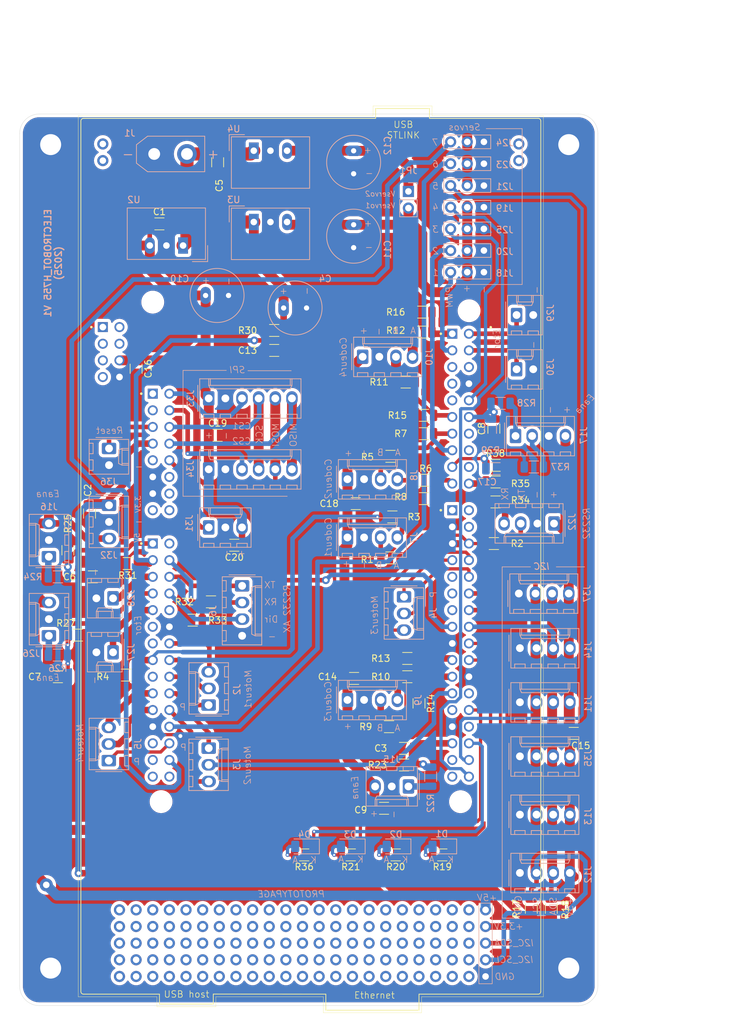
<source format=kicad_pcb>
(kicad_pcb (version 20240108) (generator "pcbnew") (generator_version "8.0")
  (layers (0 "F.Cu" signal) (31 "B.Cu" signal) (34 "B.Paste" user) (35 "F.Paste" user) (36 "B.SilkS" user "B.Silkscreen") (37 "F.SilkS" user "F.Silkscreen") (38 "B.Mask" user) (39 "F.Mask" user) (44 "Edge.Cuts" user))
  (net 0 "")
  (net 1 "/VBAT")
  (net 2 "GND")
  (net 3 "/Eana1f")
  (net 4 "/Eana2f")
  (net 6 "/Eana3f")
  (net 8 "/Eana4f")
  (net 9 "/+Vservo1")
  (net 10 "/+Vservo2")
  (net 11 "/VBATf")
  (net 12 "/Eana5f")
  (net 13 "Net-(D4-A)")
  (net 14 "/RS232_2_TX")
  (net 15 "Net-(J6-Pin_2)")
  (net 16 "/RS232_2_DIR")
  (net 20 "/Eana1")
  (net 21 "/Eana2")
  (net 22 "/Eana5")
  (net 25 "/Eana4")
  (net 27 "/Servo1_PWM")
  (net 29 "/Servo4_PWM")
  (net 30 "/Servo2_PWM")
  (net 31 "/Servo5_PWM")
  (net 32 "/RS232_3_TX")
  (net 33 "Net-(J22-Pin_4)")
  (net 35 "/Servo6_PWM")
  (net 36 "/Servo7_PWM")
  (net 37 "/Servo3_PWM")
  (net 41 "/Eana3")
  (net 44 "/Etor1")
  (net 45 "/Etor2")
  (net 47 "/Etor3")
  (net 48 "/Etor4")
  (net 49 "/LED_RGB")
  (net 52 "/SPI_MOSI")
  (net 53 "/SPI_MISO")
  (net 54 "/SPI_CLK")
  (net 56 "/SPI_CS1")
  (net 58 "/SPI_CS2")
  (net 59 "Net-(J36-Pin_1)")
  (net 60 "/CODER_1_B")
  (net 61 "/CODER_1_A")
  (net 62 "/CODER_2_B")
  (net 64 "/CODER_2_A")
  (net 65 "/CODER_3_B")
  (net 66 "/CODER_3_A")
  (net 70 "/CODER_4_B")
  (net 71 "/CODER_4_A")
  (net 72 "/LED4")
  (net 77 "/LED5")
  (net 81 "/LED6")
  (net 82 "/RS232_2_RX")
  (net 83 "/RS232_3_RX")
  (net 84 "/LED7")
  (net 94 "+5V")
  (net 95 "+3.3V")
  (net 96 "Net-(D1-A)")
  (net 97 "Net-(D2-A)")
  (net 98 "Net-(D3-A)")
  (net 99 "/Mot1_Sens1")
  (net 100 "/Mot1_PWM")
  (net 101 "/Mot1_Sens2")
  (net 102 "/Mot2_Sens2")
  (net 103 "/Mot2_PWM")
  (net 104 "/Mot2_Sens1")
  (net 105 "/Mot3_Sens1")
  (net 106 "/Mot3_Sens2")
  (net 107 "/Mot3_PWM")
  (net 108 "/Mot4_Sens1")
  (net 109 "/Mot4_Sens2")
  (net 110 "/Mot4_PWM")
  (net 111 "Net-(J7-Pin_3)")
  (net 112 "Net-(J7-Pin_4)")
  (net 113 "Net-(J8-Pin_3)")
  (net 114 "Net-(J8-Pin_4)")
  (net 115 "Net-(J9-Pin_4)")
  (net 116 "Net-(J9-Pin_3)")
  (net 117 "Net-(J10-Pin_3)")
  (net 118 "Net-(J10-Pin_4)")
  (net 119 "/I2C_SCL")
  (net 120 "/I2C_SDA")
  (footprint "Capacitor_SMD:C_1206_3216Metric" (layer "F.Cu") (at 114.808 95.504)
    (property "Reference" "C18")
    (property "Value" "100n")
  )
  (footprint "" (layer "F.Cu") (at 86.36 165.1)
    (property "Reference" "")
    (property "Value" "")
  )
  (footprint "" (layer "F.Cu") (at 111.76 162.56)
    (property "Reference" "")
    (property "Value" "")
  )
  (footprint "" (layer "F.Cu") (at 127 165.1)
    (property "Reference" "")
    (property "Value" "")
  )
  (footprint "" (layer "F.Cu") (at 127 157.48)
    (property "Reference" "")
    (property "Value" "")
  )
  (footprint "Resistor_SMD:R_1206_3216Metric" (layer "F.Cu") (at 136.144 95.25 180)
    (property "Reference" "R34")
    (property "Value" "10k")
  )
  (footprint "Capacitor_SMD:C_1206_3216Metric" (layer "F.Cu") (at 122.174 132.842)
    (property "Reference" "C3")
    (property "Value" "Value")
  )
  (footprint "" (layer "F.Cu") (at 99.06 162.56)
    (property "Reference" "")
    (property "Value" "")
  )
  (footprint "" (layer "F.Cu") (at 104.14 160.02)
    (property "Reference" "")
    (property "Value" "")
  )
  (footprint "" (layer "F.Cu") (at 99.06 165.1)
    (property "Reference" "")
    (property "Value" "")
  )
  (footprint "Capacitor_SMD:C_1206_3216Metric" (layer "F.Cu") (at 84.836 52.832)
    (property "Reference" "C1")
    (property "Value" "100n")
  )
  (footprint "" (layer "F.Cu") (at 93.98 167.64)
    (property "Reference" "")
    (property "Value" "")
  )
  (footprint "" (layer "F.Cu") (at 132.08 160.02)
    (property "Reference" "")
    (property "Value" "")
  )
  (footprint "" (layer "F.Cu") (at 88.9 160.02)
    (property "Reference" "")
    (property "Value" "")
  )
  (footprint "Resistor_SMD:R_1206_3216Metric" (layer "F.Cu") (at 125.222 82.042 180)
    (property "Reference" "R15")
    (property "Value" "18k")
  )
  (footprint "" (layer "F.Cu") (at 86.36 167.64)
    (property "Reference" "")
    (property "Value" "")
  )
  (footprint "" (layer "F.Cu") (at 114.3 162.56)
    (property "Reference" "")
    (property "Value" "")
  )
  (footprint "" (layer "F.Cu") (at 106.68 160.02)
    (property "Reference" "")
    (property "Value" "")
  )
  (footprint "" (layer "F.Cu") (at 129.54 162.56)
    (property "Reference" "")
    (property "Value" "")
  )
  (footprint "" (layer "F.Cu") (at 106.68 167.64)
    (property "Reference" "")
    (property "Value" "")
  )
  (footprint "" (layer "F.Cu") (at 104.14 165.1)
    (property "Reference" "")
    (property "Value" "")
  )
  (footprint "Resistor_SMD:R_1206_3216Metric" (layer "F.Cu") (at 120.396 97.536 180)
    (property "Reference" "R3")
    (property "Value" "10k")
  )
  (footprint "" (layer "F.Cu") (at 111.76 165.1)
    (property "Reference" "")
    (property "Value" "")
  )
  (footprint "" (layer "F.Cu") (at 116.84 165.1)
    (property "Reference" "")
    (property "Value" "")
  )
  (footprint "" (layer "F.Cu") (at 96.52 160.02)
    (property "Reference" "")
    (property "Value" "")
  )
  (footprint "" (layer "F.Cu") (at 91.44 157.48)
    (property "Reference" "")
    (property "Value" "")
  )
  (footprint "" (layer "F.Cu") (at 129.54 160.02)
    (property "Reference" "")
    (property "Value" "")
  )
  (footprint "" (layer "F.Cu") (at 83.82 162.56)
    (property "Reference" "")
    (property "Value" "")
  )
  (footprint "" (layer "F.Cu") (at 116.84 157.48)
    (property "Reference" "")
    (property "Value" "")
  )
  (footprint "Resistor_SMD:R_1206_3216Metric" (layer "F.Cu") (at 136.144 89.662)
    (property "Reference" "R38")
    (property "Value" "R")
  )
  (footprint "Capacitor_SMD:C_1206_3216Metric" (layer "F.Cu") (at 102.362 72.136 180)
    (property "Reference" "C13")
    (property "Value" "Value")
  )
  (footprint "" (layer "F.Cu") (at 91.44 165.1)
    (property "Reference" "")
    (property "Value" "")
  )
  (footprint "" (layer "F.Cu") (at 119.38 160.02)
    (property "Reference" "")
    (property "Value" "")
  )
  (footprint "" (layer "F.Cu") (at 124.46 160.02)
    (property "Reference" "")
    (property "Value" "")
  )
  (footprint "Capacitor_SMD:C_1206_3216Metric" (layer "F.Cu") (at 135.89 84.074 90)
    (property "Reference" "C8")
    (property "Value" "Value")
  )
  (footprint "" (layer "F.Cu") (at 132.08 167.64)
    (property "Reference" "")
    (property "Value" "")
  )
  (footprint "" (layer "F.Cu") (at 121.92 167.64)
    (property "Reference" "")
    (property "Value" "")
  )
  (footprint "Resistor_SMD:R_1206_3216Metric" (layer "F.Cu") (at 80.01 104.648 180)
    (property "Reference" "R31")
    (property "Value" "10k")
  )
  (footprint "" (layer "F.Cu") (at 119.38 167.64)
    (property "Reference" "")
    (property "Value" "")
  )
  (footprint "" (layer "F.Cu") (at 124.46 162.56)
    (property "Reference" "")
    (property "Value" "")
  )
  (footprint "" (layer "F.Cu") (at 91.44 162.56)
    (property "Reference" "")
    (property "Value" "")
  )
  (footprint "" (layer "F.Cu") (at 99.06 160.02)
    (property "Reference" "")
    (property "Value" "")
  )
  (footprint "" (layer "F.Cu") (at 104.14 162.56)
    (property "Reference" "")
    (property "Value" "")
  )
  (footprint "" (layer "F.Cu") (at 104.14 157.48)
    (property "Reference" "")
    (property "Value" "")
  )
  (footprint "" (layer "F.Cu") (at 83.82 160.02)
    (property "Reference" "")
    (property "Value" "")
  )
  (footprint "" (layer "F.Cu") (at 88.9 165.1)
    (property "Reference" "")
    (property "Value" "")
  )
  (footprint "" (layer "F.Cu") (at 132.08 157.48)
    (property "Reference" "")
    (property "Value" "")
  )
  (footprint "" (layer "F.Cu") (at 109.22 167.64)
    (property "Reference" "")
    (property "Value" "")
  )
  (footprint "" (layer "F.Cu") (at 114.3 160.02)
    (property "Reference" "")
    (property "Value" "")
  )
  (footprint "" (layer "F.Cu") (at 116.84 160.02)
    (property "Reference" "")
    (property "Value" "")
  )
  (footprint "Resistor_SMD:R_1206_3216Metric" (layer "F.Cu") (at 120.106 88.293)
    (property "Reference" "R5")
    (property "Value" "10k")
  )
  (footprint "Resistor_SMD:R_1206_3216Metric" (layer "F.Cu") (at 125.222 84.836 180)
    (property "Reference" "R7")
    (property "Value" "18k")
  )
  (footprint "" (layer "F.Cu") (at 93.98 160.02)
    (property "Reference" "")
    (property "Value" "")
  )
  (footprint "Resistor_SMD:R_1206_3216Metric" (layer "F.Cu") (at 135.89 101.6)
    (property "Reference" "R2")
    (property "Value" "18k")
  )
  (footprint "" (layer "F.Cu") (at 93.98 165.1)
    (property "Reference" "")
    (property "Value" "")
  )
  (footprint "" (layer "F.Cu") (at 119.38 157.48)
    (property "Reference" "")
    (property "Value" "")
  )
  (footprint "Resistor_SMD:R_1206_3216Metric" (layer "F.Cu") (at 122.682 119.126 180)
    (property "Reference" "R13")
    (property "Value" "18k")
  )
  (footprint "Resistor_SMD:R_1206_3216Metric" (layer "F.Cu") (at 124.968 66.294 180)
    (property "Reference" "R16")
    (property "Value" "18k")
  )
  (footprint "Capacitor_SMD:C_1206_3216Metric" (layer "F.Cu") (at 96.266 101.854 180)
    (property "Reference" "C20")
    (property "Value" "100n")
  )
  (footprint "" (layer "F.Cu") (at 83.82 165.1)
    (property "Reference" "")
    (property "Value" "")
  )
  (footprint "" (layer "F.Cu") (at 99.06 157.48)
    (property "Reference" "")
    (property "Value" "")
  )
  (footprint "" (layer "F.Cu") (at 86.36 162.56)
    (property "Reference" "")
    (property "Value" "")
  )
  (footprint "" (layer "F.Cu") (at 99.06 167.64)
    (property "Reference" "")
    (property "Value" "")
  )
  (footprint "" (layer "F.Cu") (at 96.52 162.56)
    (property "Reference" "")
    (property "Value" "")
  )
  (footprint "" (layer "F.Cu") (at 124.46 165.1)
    (property "Reference" "")
    (property "Value" "")
  )
  (footprint "Resistor_SMD:R_1206_3216Metric" (layer "F.Cu") (at 114.046 149.098 180)
    (property "Reference" "R21")
    (property "Value" "470")
  )
  (footprint "" (layer "F.Cu") (at 88.9 162.56)
    (property "Reference" "")
    (property "Value" "")
  )
  (footprint "Resistor_SMD:R_1206_3216Metric" (layer "F.Cu") (at 128.016 149.098 180)
    (property "Reference" "R19")
    (property "Value" "470")
  )
  (footprint "MountingHole:MountingHole_3.2mm_M3_Pad" (layer "F.Cu") (at 68.235 166.37)
    (property "Reference" "H2" (hide yes))
    (property "Value" "MountingHole_Pad")
  )
  (footprint "" (layer "F.Cu") (at 83.82 167.64)
    (property "Reference" "")
    (property "Value" "")
  )
  (footprint "" (layer "F.Cu") (at 106.68 162.56)
    (property "Reference" "")
    (property "Value" "")
  )
  (footprint "Resistor_SMD:R_1206_3216Metric" (layer "F.Cu") (at 124.46 125.984 -90)
    (property "Reference" "R14")
    (property "Value" "18k")
  )
  (footprint "Resistor_SMD:R_1206_3216Metric" (layer "F.Cu") (at 124.968 69.342)
    (property "Reference" "R12")
    (property "Value" "10k")
  )
  (footprint "" (layer "F.Cu") (at 121.92 157.48)
    (property "Reference" "")
    (property "Value" "")
  )
  (footprint "" (layer "F.Cu") (at 111.76 160.02)
    (property "Reference" "")
    (property "Value" "")
  )
  (footprint "" (layer "F.Cu") (at 101.6 165.1)
    (property "Reference" "")
    (property "Value" "")
  )
  (footprint "" (layer "F.Cu") (at 81.28 160.02)
    (property "Reference" "")
    (property "Value" "")
  )
  (footprint "" (layer "F.Cu") (at 91.44 167.64)
    (property "Reference" "")
    (property "Value" "")
  )
  (footprint "MountingHole:MountingHole_3.2mm_M3_Pad" (layer "F.Cu") (at 147.32 166.37)
    (property "Reference" "H4" (hide yes))
    (property "Value" "MountingHole_Pad")
  )
  (footprint "MountingHole:MountingHole_3.2mm_M3_Pad" (layer "F.Cu") (at 68.235 40.739)
    (property "Reference" "H1" (hide yes))
    (property "Value" "MountingHole_Pad")
  )
  (footprint "" (layer "F.Cu") (at 127 160.02)
    (property "Reference" "")
    (property "Value" "")
  )
  (footprint "" (layer "F.Cu") (at 109.22 160.02)
    (property "Reference" "")
    (property "Value" "")
  )
  (footprint "" (layer "F.Cu") (at 121.92 160.02)
    (property "Reference" "")
    (property "Value" "")
  )
  (footprint "" (layer "F.Cu") (at 83.82 157.48)
    (property "Reference" "")
    (property "Value" "")
  )
  (footprint "" (layer "F.Cu") (at 114.3 157.48)
    (property "Reference" "")
    (property "Value" "")
  )
  (footprint "Resistor_SMD:R_1206_3216Metric" (layer "F.Cu") (at 122.174 135.382 180)
    (property "Reference" "R23")
    (property "Value" "R")
  )
  (footprint "" (layer "F.Cu") (at 116.84 162.56)
    (property "Reference" "")
    (property "Value" "")
  )
  (footprint "" (layer "F.Cu") (at 81.28 165.1)
    (property "Reference" "")
    (property "Value" "")
  )
  (footprint "Resistor_SMD:R_1206_3216Metric" (layer "F.Cu") (at 125.222 94.742 180)
    (property "Reference" "R8")
    (property "Value" "18k")
  )
  (footprint "Resistor_SMD:R_1206_3216Metric" (layer "F.Cu") (at 89.916 113.284)
    (property "Reference" "R33")
    (property "Value" "18k")
  )
  (footprint "Resistor_SMD:R_1206_3216Metric" (layer "F.Cu") (at 122.682 121.92)
    (property "Reference" "R10")
    (property "Value" "10k")
  )
  (footprint "" (layer "F.Cu") (at 101.6 162.56)
    (property "Reference" "")
    (property "Value" "")
  )
  (footprint "Nucleo-STM32:ST_Zio_EXT5V_Connectors_Nucleo144_ExtensionShield" (layer "F.Cu") (at 76.2 68.58)
    (property "Reference" "U1" (hide yes))
    (property "Value" "~")
  )
  (footprint "" (layer "F.Cu") (at 134.62 167.64)
    (property "Reference" "")
    (property "Value" "")
  )
  (footprint "" (layer "F.Cu") (at 93.98 157.48)
    (property "Reference" "")
    (property "Value" "")
  )
  (footprint "" (layer "F.Cu") (at 124.46 157.48)
    (property "Reference" "")
    (property "Value" "")
  )
  (footprint "" (layer "F.Cu") (at 78.74 160.02)
    (property "Reference" "")
    (property "Value" "")
  )
  (footprint "" (layer "F.Cu") (at 132.08 162.56)
    (property "Reference" "")
    (property "Value" "")
  )
  (footprint "" (layer "F.Cu") (at 114.3 165.1)
    (property "Reference" "")
    (property "Value" "")
  )
  (footprint "" (layer "F.Cu") (at 124.46 167.64)
    (property "Reference" "")
    (property "Value" "")
  )
  (footprint "" (layer "F.Cu") (at 101.6 157.48)
    (property "Reference" "")
    (property "Value" "")
  )
  (footprint "Capacitor_SMD:C_1206_3216Metric" (layer "F.Cu") (at 148.082 130.556)
    (property "Reference" "C15")
    (property "Value" "100n")
  )
  (footprint "Resistor_SMD:R_1206_3216Metric" (layer "F.Cu") (at 122.428 76.962)
    (property "Reference" "R11")
    (property "Value" "10k")
  )
  (footprint "Resistor_SMD:R_1206_3216Metric" (layer "F.Cu") (at 119.888 129.54)
    (property "Reference" "R9")
    (property "Value" "10k")
  )
  (footprint "" (layer "F.Cu") (at 134.62 160.02)
    (property "Reference" "")
    (property "Value" "")
  )
  (footprint "Resistor_SMD:R_1206_3216Metric" (layer "F.Cu") (at 70.866 102.616 90)
    (property "Reference" "R25")
    (property "Value" "R")
  )
  (footprint "Capacitor_SMD:C_1206_3216Metric" (layer "F.Cu") (at 74.676 106.68 180)
    (property "Reference" "C6")
    (property "Value" "Value")
  )
  (footprint "Resistor_SMD:R_1206_3216Metric" (layer "F.Cu") (at 106.934 149.098 180)
    (property "Reference" "R36")
    (property "Value" "470")
  )
  (footprint "Capacitor_SMD:C_1206_3216Metric" (layer "F.Cu") (at 93.726 43.434 -90)
    (property "Reference" "C5")
    (property "Value" "100n")
  )
  (footprint "" (layer "F.Cu") (at 78.74 157.48)
    (property "Reference" "")
    (property "Value" "")
  )
  (footprint "Capacitor_SMD:C_1206_3216Metric" (layer "F.Cu") (at 119.126 141.986 180)
    (property "Reference" "C9")
    (property "Value" "47u")
  )
  (footprint "" (layer "F.Cu") (at 86.36 160.02)
    (property "Reference" "")
    (property "Value" "")
  )
  (footprint "" (layer "F.Cu") (at 109.22 157.48)
    (property "Reference" "")
    (property "Value" "")
  )
  (footprint "" (layer "F.Cu") (at 81.28 162.56)
    (property "Reference" "")
    (property "Value" "")
  )
  (footprint "" (layer "F.Cu") (at 129.54 165.1)
    (property "Reference" "")
    (property "Value" "")
  )
  (footprint "" (layer "F.Cu") (at 78.74 162.56)
    (property "Reference" "")
    (property "Value" "")
  )
  (footprint "" (layer "F.Cu") (at 111.76 157.48)
    (property "Reference" "")
    (property "Value" "")
  )
  (footprint "Capacitor_SMD:C_1206_3216Metric" (layer "F.Cu") (at 74.168 97.028 -90)
    (property "Reference" "C2")
    (property "Value" "100n")
  )
  (footprint "" (layer "F.Cu") (at 121.92 162.56)
    (property "Reference" "")
    (property "Value" "")
  )
  (footprint "" (layer "F.Cu") (at 114.3 167.64)
    (property "Reference" "")
    (property "Value" "")
  )
  (footprint "" (layer "F.Cu") (at 106.68 165.1)
    (property "Reference" "")
    (property "Value" "")
  )
  (footprint "" (layer "F.Cu") (at 129.54 167.64)
    (property "Reference" "")
    (property "Value" "")
  )
  (footprint "Resistor_SMD:R_1206_3216Metric" (layer "F.Cu") (at 136.144 92.202 180)
    (property "Reference" "R35")
    (property "Value" "18k")
  )
  (footprint "" (layer "F.Cu") (at 109.22 165.1)
    (property "Reference" "")
    (property "Value" "")
  )
  (footprint "" (layer "F.Cu") (at 86.36 157.48)
    (property "Reference" "")
    (property "Value" "")
  )
  (footprint "" (layer "F.Cu") (at 88.9 167.64)
    (property "Reference" "")
    (property "Value" "")
  )
  (footprint "" (layer "F.Cu") (at 93.98 162.56)
    (property "Reference" "")
    (property "Value" "")
  )
  (footprint "" (layer "F.Cu") (at 91.44 160.02)
    (property "Reference" "")
    (property "Value" "")
  )
  (footprint "Resistor_SMD:R_1206_3216Metric" (layer "F.Cu") (at 72.39 115.57)
    (property "Reference" "R27")
    (property "Value" "R")
  )
  (footprint "" (layer "F.Cu") (at 134.62 165.1)
    (property "Reference" "")
    (property "Value" "")
  )
  (footprint "" (layer "F.Cu") (at 119.38 165.1)
    (property "Reference" "")
    (property "Value" "")
  )
  (footprint "" (layer "F.Cu") (at 119.38 162.56)
    (property "Reference" "")
    (property "Value" "")
  )
  (footprint "Resistor_SMD:R_1206_3216Metric" (layer "F.Cu") (at 144.653 157.2915 90)
    (property "Reference" "R18")
    (property "Value" "2.2k")
  )
  (footprint "" (layer "F.Cu") (at 127 162.56)
    (property "Reference" "")
    (property "Value" "")
  )
  (footprint "Resistor_SMD:R_1206_3216Metric" (layer "F.Cu") (at 125.222 91.948)
    (property "Reference" "R6")
    (property "Value" "10k")
  )
  (footprint "" (layer "F.Cu") (at 121.92 165.1)
    (property "Reference" "")
    (property "Value" "")
  )
  (footprint "Resistor_SMD:R_1206_3216Metric" (layer "F.Cu") (at 120.106 103.787)
    (property "Reference" "R1")
    (property "Value" "10k")
  )
  (footprint "Resistor_SMD:R_1206_3216Metric" (layer "F.Cu") (at 120.904 149.098 180)
    (property "Reference" "R20")
    (property "Value" "470")
  )
  (footprint "" (layer "F.Cu") (at 129.54 157.48)
    (property "Reference" "")
    (property "Value" "")
  )
  (footprint "" (layer "F.Cu") (at 104.14 167.64)
    (property "Reference" "")
    (property "Value" "")
  )
  (footprint "Capacitor_SMD:C_1206_3216Metric" (layer "F.Cu") (at 69.342 121.92)
    (property "Reference" "C7")
    (property "Value" "Value")
  )
  (footprint "" (layer "F.Cu") (at 96.52 165.1)
    (property "Reference" "")
    (property "Value" "")
  )
  (footprint "Capacitor_SMD:C_1206_3216Metric" (layer "F.Cu") (at 93.726 85.09)
    (property "Reference" "C19")
    (property "Value" "100n")
  )
  (footprint "" (layer "F.Cu") (at 127 167.64)
    (property "Reference" "")
    (property "Value" "")
  )
  (footprint "" (layer "F.Cu") (at 96.52 157.48)
    (property "Reference" "")
    (property "Value" "")
  )
  (footprint "" (layer "F.Cu") (at 134.62 157.48)
    (property "Reference" "")
    (property "Value" "")
  )
  (footprint "" (layer "F.Cu") (at 132.08 165.1)
    (property "Reference" "")
    (property "Value" "")
  )
  (footprint "Resistor_SMD:R_1206_3216Metric" (layer "F.Cu") (at 92.71 110.49 180)
    (property "Reference" "R32")
    (property "Value" "10k")
  )
  (footprint "Resistor_SMD:R_1206_3216Metric" (layer "F.Cu") (at 102.362 69.088 180)
    (property "Reference" "R30")
    (property "Value" "39k")
  )
  (footprint "Resistor_SMD:R_1206_3216Metric" (layer "F.Cu") (at 141.605 157.2915 90)
    (property "Reference" "R17")
    (property "Value" "2.2k")
  )
  (footprint "" (layer "F.Cu") (at 78.74 165.1)
    (property "Reference" "")
    (property "Value" "")
  )
  (footprint "" (layer "F.Cu") (at 101.6 160.02)
    (property "Reference" "")
    (property "Value" "")
  )
  (footprint "" (layer "F.Cu") (at 116.84 167.64)
    (property "Reference" "")
    (property "Value" "")
  )
  (footprint "" (layer "F.Cu") (at 81.28 157.48)
    (property "Reference" "")
    (property "Value" "")
  )
  (footprint "" (layer "F.Cu") (at 78.74 167.64)
    (property "Reference" "")
    (property "Value" "")
  )
  (footprint "Capacitor_SMD:C_1206_3216Metric" (layer "F.Cu") (at 114.554 122.174)
    (property "Reference" "C14")
    (property "Value" "100n")
  )
  (footprint "MountingHole:MountingHole_3.2mm_M3_Pad" (layer "F.Cu") (at 147.32 40.739)
    (property "Reference" "H3" (hide yes))
    (property "Value" "MountingHole_Pad")
  )
  (footprint "Capacitor_SMD:C_1206_3216Metric" (layer "F.Cu") (at 81.28 74.93 -90)
    (property "Reference" "C16")
    (property "Value" "100n")
  )
  (footprint "" (layer "F.Cu") (at 111.76 167.64)
    (property "Reference" "")
    (property "Value" "")
  )
  (footprint "" (layer "F.Cu") (at 109.22 162.56)
    (property "Reference" "")
    (property "Value" "")
  )
  (footprint "Resistor_SMD:R_1206_3216Metric" (layer "F.Cu") (at 79.756 121.666 180)
    (property "Reference" "R4")
    (property "Value" "18k")
  )
  (footprint "" (layer "F.Cu") (at 81.28 167.64)
    (property "Reference" "")
    (property "Value" "")
  )
  (footprint "" (layer "F.Cu") (at 134.62 162.56)
    (property "Reference" "")
    (property "Value" "")
  )
  (footprint "" (layer "F.Cu") (at 101.6 167.64)
    (property "Reference" "")
    (property "Value" "")
  )
  (footprint "" (layer "F.Cu") (at 88.9 157.48)
    (property "Reference" "")
    (property "Value" "")
  )
  (footprint "" (layer "F.Cu") (at 96.52 167.64)
    (property "Reference" "")
    (property "Value" "")
  )
  (footprint "" (layer "F.Cu") (at 106.68 157.48)
    (property "Reference" "")
    (property "Value" "")
  )
  (footprint "Connector_Molex:Molex_KK-254_AE-6410-04A_1x04_P2.54mm_Vertical" (layer "B.Cu") (at 139.863 151.844)
    (property "Reference" "J12")
    (property "Value" "Conn_01x04")
  )
  (footprint "Connector_Molex:Molex_KK-254_AE-6410-04A_1x04_P2.54mm_Vertical" (layer "B.Cu") (at 115.86 73.104)
    (property "Reference" "J10")
    (property "Value" "Conn_01x04")
  )
  (footprint "Connector_Molex:Molex_KK-254_AE-6410-03A_1x03_P2.54mm_Vertical" (layer "B.Cu") (at 92.365 99.139)
    (property "Reference" "J31")
    (property "Value" "Conn_01x03")
  )
  (footprint "Connector_Molex:Molex_KK-254_AE-6410-03A_1x03_P2.54mm_Vertical" (layer "B.Cu") (at 122.174 109.728 -90)
    (property "Reference" "J4")
    (property "Value" "Conn_01x04")
  )
  (footprint "Connector_Molex:Molex_KK-254_AE-6410-03A_1x03_P2.54mm_Vertical" (layer "B.Cu") (at 77.105 134.719 90)
    (property "Reference" "J5")
    (property "Value" "Conn_01x04")
  )
  (footprint "Connector_Molex:Molex_KK-254_AE-6410-03A_1x03_P2.54mm_Vertical" (layer "B.Cu") (at 92.345 126.238 90)
    (property "Reference" "J2")
    (property "Value" "Conn_01x04")
  )
  (footprint "Connector_Molex:Molex_KK-254_AE-6410-03A_1x03_P2.54mm_Vertical" (layer "B.Cu") (at 67.961 115.669 90)
    (property "Reference" "J26")
    (property "Value" "Conn_01x03")
  )
  (footprint "Connector_Molex:Molex_KK-254_AE-6410-02A_1x02_P2.54mm_Vertical" (layer "B.Cu") (at 139.355 75.009)
    (property "Reference" "J30")
    (property "Value" "Conn_01x02")
  )
  (footprint "Connector_Molex:Molex_KK-254_AE-6410-02A_1x02_P2.54mm_Vertical" (layer "B.Cu") (at 139.355 66.734)
    (property "Reference" "J29")
    (property "Value" "Conn_01x02")
  )
  (footprint "Converter_DCDC:Converter_DCDC_TRACO_TSR-1_THT" (layer "B.Cu") (at 99.2425 41.669)
    (property "Reference" "U4")
    (property "Value" "TSR_2-2465")
  )
  (footprint "Resistor_SMD:R_1206_3216Metric" (layer "B.Cu") (at 69.342 106.68)
    (property "Reference" "R24")
    (property "Value" "R")
  )
  (footprint "Resistor_SMD:R_1206_3216Metric" (layer "B.Cu") (at 135.382 84.074 -90)
    (property "Reference" "R29")
    (property "Value" "R")
  )
  (footprint "Connector_Molex:Molex_KK-254_AE-6410-04A_1x04_P2.54mm_Vertical" (layer "B.Cu") (at 139.863 125.809)
    (property "Reference" "J11")
    (property "Value" "Conn_01x04")
  )
  (footprint "Connector_Molex:Molex_KK-254_AE-6410-06A_1x06_P2.54mm_Vertical" (layer "B.Cu") (at 92.365 90.269)
    (property "Reference" "J34")
    (property "Value" "Conn_01x06")
  )
  (footprint "LED_SMD:LED_1206_3216Metric" (layer "B.Cu") (at 113.955 147.8 180)
    (property "Reference" "D3")
    (property "Value" "LED")
  )
  (footprint "Connector_Molex:Molex_KK-254_AE-6410-06A_1x06_P2.54mm_Vertical" (layer "B.Cu") (at 92.365 79.454)
    (property "Reference" "J33")
    (property "Value" "Conn_01x06")
  )
  (footprint "Passive:C_Radial_D8.0mm_H11.5mm_P3.50mm" (layer "B.Cu") (at 114.4825 52.959 -90)
    (property "Reference" "C11")
    (property "Value" "220u")
  )
  (footprint "LED_SMD:LED_1206_3216Metric" (layer "B.Cu") (at 120.94 147.8 180)
    (property "Reference" "D2")
    (property "Value" "LED")
  )
  (footprint "Connector_Molex:Molex_KK-254_AE-6410-04A_1x04_P2.54mm_Vertical" (layer "B.Cu") (at 139.863 117.554)
    (property "Reference" "J14")
    (property "Value" "Conn_01x04")
  )
  (footprint "Connector_Molex:Molex_KK-254_AE-6410-02A_1x02_P2.54mm_Vertical" (layer "B.Cu") (at 77.145 87.094 -90)
    (property "Reference" "J36")
    (property "Value" "Conn_01x02")
  )
  (footprint "Resistor_SMD:R_1206_3216Metric" (layer "B.Cu") (at 126.238 137.16 90)
    (property "Reference" "R22")
    (property "Value" "R")
  )
  (footprint "Servomotors:Servomotor-3x254" (layer "B.Cu") (at 129.286 40.318)
    (property "Reference" "J24")
    (property "Value" "Conn_01x03")
  )
  (footprint "Connector_Molex:Molex_KK-254_AE-6410-04A_1x04_P2.54mm_Vertical" (layer "B.Cu") (at 139.863 142.954)
    (property "Reference" "J13")
    (property "Value" "Conn_01x04")
  )
  (footprint "Connector_Molex:Molex_KK-254_AE-6410-03A_1x03_P2.54mm_Vertical" (layer "B.Cu") (at 67.961 103.604 90)
    (property "Reference" "J16")
    (property "Value" "Conn_01x03")
  )
  (footprint "Servomotors:Servomotor-3x254" (layer "B.Cu") (at 129.286 46.99)
    (property "Reference" "J21")
    (property "Value" "Conn_01x03")
  )
  (footprint "Connector_Molex:Molex_KK-254_AE-6410-03A_1x03_P2.54mm_Vertical" (layer "B.Cu") (at 77.145 95.758 -90)
    (property "Reference" "J32")
    (property "Value" "Conn_01x03")
  )
  (footprint "Servomotors:Servomotor-3x254" (layer "B.Cu") (at 129.2825 53.594)
    (property "Reference" "J25")
    (property "Value" "Conn_01x03")
  )
  (footprint "Servomotors:Servomotor-3x254" (layer "B.Cu") (at 129.286 56.896)
    (property "Reference" "J20")
    (property "Value" "Conn_01x03")
  )
  (footprint "Connector_Molex:Molex_KK-254_AE-6410-04A_1x04_P2.54mm_Vertical" (layer "B.Cu") (at 139.192 85.189)
    (property "Reference" "J17")
    (property "Value" "Conn_01x04")
  )
  (footprint "Resistor_SMD:R_1206_3216Metric" (layer "B.Cu") (at 69.342 118.618)
    (property "Reference" "R26")
    (property "Value" "R")
  )
  (footprint "Resistor_SMD:R_1206_3216Metric" (layer "B.Cu") (at 141.986 89.916 180)
    (property "Reference" "R37")
    (property "Value" "R")
  )
  (footprint "Connector_Molex:Molex_KK-254_AE-6410-04A_1x04_P2.54mm_Vertical" (layer "B.Cu") (at 145.07 98.544 180)
    (property "Reference" "J22")
    (property "Value" "Conn_01x04")
  )
  (footprint "Converter_DCDC:Converter_DCDC_TRACO_TSR-1_THT" (layer "B.Cu") (at 88.4475 56.134 180)
    (property "Reference" "U2")
    (property "Value" "TSR_2-2450")
  )
  (footprint "LED_SMD:LED_1206_3216Metric" (layer "B.Cu") (at 127.925 147.8 180)
    (property "Reference" "D1")
    (property "Value" "LED")
  )
  (footprint "Connector_Molex:Molex_KK-254_AE-6410-04A_1x04_P2.54mm_Vertical" (layer "B.Cu") (at 97.465 108.049 -90)
    (property "Reference" "J6")
    (property "Value" "Conn_01x04")
  )
  (footprint "Connector_PinHeader_2.54mm:PinHeader_1x02_P2.54mm_Vertical" (layer "B.Cu") (at 122.845 47.879 180)
    (property "Reference" "JP1")
    (property "Value" "SolderJumper_2_Open")
  )
  (footprint "Connector_Molex:Molex_KK-254_AE-6410-04A_1x04_P2.54mm_Vertical" (layer "B.Cu") (at 139.863 134.064)
    (property "Reference" "J35")
    (property "Value" "Conn_01x04")
  )
  (footprint "Connector_Molex:Molex_KK-254_AE-6410-04A_1x04_P2.54mm_Vertical" (layer "B.Cu") (at 113.538 91.781)
    (property "Reference" "J8")
    (property "Value" "Conn_01x04")
  )
  (footprint "Servomotors:Servomotor-3x254" (layer "B.Cu") (at 129.286 43.654)
    (property "Reference" "J23")
    (property "Value" "Conn_01x03")
  )
  (footprint "Servomotors:Servomotor-3x254" (layer "B.Cu") (at 129.286 50.292)
    (property "Reference" "J19")
    (property "Value" "Conn_01x03")
  )
  (footprint "Connector_Molex:Molex_KK-254_AE-6410-04A_1x04_P2.54mm_Vertical" (layer "B.Cu") (at 113.538 100.671)
    (property "Reference" "J7")
    (property "Value" "Conn_01x04")
  )
  (footprint "Connector_Molex:Molex_KK-254_AE-6410-03A_1x03_P2.54mm_Vertical" (layer "B.Cu") (at 92.365 132.814 -90)
    (property "Reference" "J3")
    (property "Value" "Conn_01x04")
  )
  (footprint "XT30:AMASS_XT30UPB-M_1x02_P5.0mm_Vertical" (layer "B.Cu") (at 84.0425 42.164)
    (property "Reference" "J1")
    (property "Value" "Conn_XT30M")
  )
  (footprint "Resistor_SMD:R_1206_3216Metric" (layer "B.Cu") (at 136.906 80.2132 180)
    (property "Reference" "R28")
    (property "Value" "R")
  )
  (footprint "Passive:C_Radial_D8.0mm_H11.5mm_P3.50mm" (layer "B.Cu") (at 103.795 65.659)
    (property "Reference" "C4")
    (property "Value" "220u")
  )
  (footprint "Passive:C_Radial_D8.0mm_H11.5mm_P3.50mm" (layer "B.Cu") (at 114.4825 41.684 -90)
    (property "Reference" "C12")
    (property "Value" "220u")
  )
  (footprint "LED_SMD:LED_1206_3216Metric" (layer "B.Cu") (at 106.97 147.8 180)
    (property "Reference" "D4")
    (property "Value" "LED")
  )
  (footprint "Connector_Molex:Molex_KK-254_AE-6410-04A_1x04_P2.54mm_Vertical" (layer "B.Cu") (at 139.7 109.22)
    (property "Reference" "J37")
    (property "Value" "Conn_01x04")
  )
  (footprint "Connector_Molex:Molex_KK-254_AE-6410-03A_1x03_P2.54mm_Vertical" (layer "B.Cu") (at 122.845 138.656 180)
    (property "Reference" "J15")
    (property "Value" "Conn_01x03")
  )
  (footprint "Servomotors:Servomotor-3x254" (layer "B.Cu") (at 129.286 60.198)
    (property "Reference" "J18")
    (property "Value" "Conn_01x03")
  )
  (footprint "Converter_DCDC:Converter_DCDC_TRACO_TSR-1_THT" (layer "B.Cu") (at 99.2425 52.5465)
    (property "Reference" "U3")
    (property "Value" "TSR_2-2465")
  )
  (footprint "Passive:C_Radial_D8.0mm_H11.5mm_P3.50mm" (layer "B.Cu") (at 91.885 63.754)
    (property "Reference" "C10")
    (property "Value" "220u")
  )
  (footprint "Connector_Molex:Molex_KK-254_AE-6410-04A_1x04_P2.54mm_Vertical" (layer "B.Cu") (at 113.538 125.456)
    (property "Reference" "J9")
    (property "Value" "Conn_01x04")
  )
  (footprint "Capacitor_SMD:C_1206_3216Metric" (layer "B.Cu") (at 136.144 90.17 180)
    (property "Reference" "C17")
    (property "Value" "Value")
  )
  (footprint "Connector_Molex:Molex_KK-254_AE-6410-02A_1x02_P2.54mm_Vertical" (layer "B.Cu") (at 77.76 118.189 180)
    (property "Reference" "J27")
    (property "Value" "Conn_01x02")
  )
  (footprint "Connector_Molex:Molex_KK-254_AE-6410-02A_1x02_P2.54mm_Vertical" (layer "B.Cu") (at 77.76 109.954 180)
    (property "Reference" "J28")
    (property "Value" "Conn_01x02")
  )
  (gr_rect (start 133.604 156.464) (end 135.636 168.7576) (stroke (width 0.1)) (fill none) (layer "B.SilkS"))
  (gr_line (start 140.208 62.0776) (end 140.208 38.3032) (stroke (width 0.1)) (layer "B.SilkS"))
  (gr_line (start 128.8288 62.0776) (end 140.208 62.0776) (stroke (width 0.1)) (layer "B.SilkS"))
  (gr_line (start 137.16 158.75) (end 139.7 158.75) (stroke (width 0.1)) (layer "B.SilkS"))
  (gr_line (start 88.4428 94.3864) (end 104.3432 94.3864) (stroke (width 0.1)) (layer "B.SilkS"))
  (gr_line (start 149.733 105.156) (end 145.415 105.156) (stroke (width 0.1)) (layer "B.SilkS"))
  (gr_line (start 88.4428 75.184) (end 88.4428 94.3864) (stroke (width 0.1)) (layer "B.SilkS"))
  (gr_line (start 137.16 105.156) (end 137.16 158.75) (stroke (width 0.1)) (layer "B.SilkS"))
  (gr_line (start 141.478 105.156) (end 137.16 105.156) (stroke (width 0.1)) (layer "B.SilkS"))
  (gr_line (start 95.0468 75.184) (end 88.4428 75.184) (stroke (width 0.1)) (layer "B.SilkS"))
  (gr_line (start 140.208 38.3032) (end 134.7216 38.3032) (stroke (width 0.1)) (layer "B.SilkS"))
  (gr_line (start 104.9528 75.2348) (end 98.3488 75.2348) (stroke (width 0.1)) (layer "B.SilkS"))
  (gr_arc (start 66.5 172.085) (mid 64.37868 171.20632) (end 63.5 169.085) (stroke (width 0.05)) (layer "Edge.Cuts"))
  (gr_line (start 148.765 172.085) (end 66.5 172.085) (stroke (width 0.05)) (layer "Edge.Cuts"))
  (gr_line (start 66.5 36.068) (end 148.765 36.068) (stroke (width 0.05)) (layer "Edge.Cuts"))
  (gr_line (start 151.765 39.068) (end 151.765 169.085) (stroke (width 0.05)) (layer "Edge.Cuts"))
  (gr_arc (start 148.765 36.068) (mid 150.88632 36.94668) (end 151.765 39.068) (stroke (width 0.05)) (layer "Edge.Cuts"))
  (gr_arc (start 151.765 169.085) (mid 150.88632 171.20632) (end 148.765 172.085) (stroke (width 0.05)) (layer "Edge.Cuts"))
  (gr_line (start 63.5 169.085) (end 63.5 39.068) (stroke (width 0.05)) (layer "Edge.Cuts"))
  (gr_arc (start 63.5 39.068) (mid 64.37868 36.94668) (end 66.5 36.068) (stroke (width 0.05)) (layer "Edge.Cuts"))
  (gr_text "-" (at 81.026 89.408 180) (layer "B.SilkS") (effects (font (size 1 1) (thickness 0.1)) (justify left bottom mirror)))
  (gr_text "Etor" (at 136.906 68.734 90) (layer "B.SilkS") (effects (font (size 1 1) (thickness 0.1) (italic yes)) (justify left bottom mirror)))
  (gr_text "RS232 AX" (at 104.902 107.696 90) (layer "B.SilkS") (effects (font (size 1 1) (thickness 0.1) (italic yes)) (justify left bottom mirror)))
  (gr_text "A" (at 126.8984 150.368 0) (layer "B.SilkS") (effects (font (size 1 1) (thickness 0.1)) (justify left bottom mirror)))
  (gr_text "+3.3V" (at 140.5128 160.5788 0) (layer "B.SilkS") (effects (font (size 1 1) (thickness 0.1) (italic yes)) (justify left bottom mirror)))
  (gr_text "-" (at 116.586 87.122 90) (layer "B.SilkS") (effects (font (size 1 1) (thickness 0.1)) (justify left bottom mirror)))
  (gr_text "-" (at 75.5904 105.3084 90) (layer "B.SilkS") (effects (font (size 1 1) (thickness 0.1)) (justify left bottom mirror)))
  (gr_text "A" (at 113.0808 150.3172 0) (layer "B.SilkS") (effects (font (size 1 1) (thickness 0.1)) (justify left bottom mirror)))
  (gr_text "+" (at 132.2832 62.0268 90) (layer "B.SilkS") (effects (font (size 1 1) (thickness 0.1)) (justify left bottom mirror)))
  (gr_text "1" (at 127.5588 60.8584 0) (layer "B.SilkS") (effects (font (size 1 1) (thickness 0.1) (italic yes)) (justify left bottom mirror)))
  (gr_text "A" (at 119.9896 150.368 0) (layer "B.SilkS") (effects (font (size 1 1) (thickness 0.1)) (justify left bottom mirror)))
  (gr_text "-" (at 143.002 93.472 90) (layer "B.SilkS") (effects (font (size 1 1) (thickness 0.1)) (justify left bottom mirror)))
  (gr_text "Vservo2" (at 120.9548 48.7172 0) (layer "B.SilkS") (effects (font (size 0.8 0.8) (thickness 0.1) (italic yes)) (justify left bottom mirror)))
  (gr_text "+" (at 92.9132 84.4296 90) (layer "B.SilkS") (effects (font (size 1 1) (thickness 0.1)) (justify left bottom mirror)))
  (gr_text "I2C" (at 144.526 105.664 0) (layer "B.SilkS") (effects (font (size 1 1) (thickness 0.15) (italic yes)) (justify left bottom mirror)))
  (gr_text "Eana" (at 151.4856 79.3496 45) (layer "B.SilkS") (effects (font (size 1 1) (thickness 0.1) (italic yes)) (justify left bottom mirror)))
  (gr_text "SCK" (at 100.6856 83.4136 90) (layer "B.SilkS") (effects (font (size 1 1) (thickness 0.1)) (justify left bottom mirror)))
  (gr_text "Etor" (at 82.1436 112.4712 90) (layer "B.SilkS") (effects (font (size 1 1) (thickness 0.1) (italic yes)) (justify left bottom mirror)))
  (gr_text "SDA" (at 145.542 155.448 90) (layer "B.SilkS") (effects (font (size 1 1) (thickness 0.1)) (justify left bottom mirror)))
  (gr_text "7" (at 127.5588 40.9956 0) (layer "B.SilkS") (effects (font (size 1 1) (thickness 0.1) (italic yes)) (justify left bottom mirror)))
  (gr_text "+5V" (at 148.082 155.448 90) (layer "B.SilkS") (effects (font (size 1 1) (thickness 0.1)) (justify left bottom mirror)))
  (gr_text "-" (at 95.9612 60.9092 90) (layer "B.SilkS") (effects (font (size 1 1) (thickness 0.1)) (justify left bottom mirror)))
  (gr_text "-" (at 116.1796 44.6532 180) (layer "B.SilkS") (effects (font (size 1 1) (thickness 0.1)) (justify left bottom mirror)))
  (gr_text "+5V" (at 136.4996 156.21 0) (layer "B.SilkS") (effects (font (size 1 1) (thickness 0.1) (italic yes)) (justify left bottom mirror)))
  (gr_text "K" (at 116.078 150.368 0) (layer "B.SilkS") (effects (font (size 1 1) (thickness 0.1)) (justify left bottom mirror)))
  (gr_text "Vservo1" (at 120.9548 50.4952 0) (layer "B.SilkS") (effects (font (size 0.8 0.8) (thickness 0.1) (italic yes)) (justify left bottom mirror)))
  (gr_text "5" (at 127.5588 47.6504 0) (layer "B.SilkS") (effects (font (size 1 1) (thickness 0.1) (italic yes)) (justify left bottom mirror)))
  (gr_text "B" (at 119.126 88.2904 0) (layer "B.SilkS") (effects (font (size 1 1) (thickness 0.1)) (justify left bottom mirror)))
  (gr_text "GND" (at 140.208 155.194 90) (layer "B.SilkS") (effects (font (size 1 1) (thickness 0.1)) (justify left bottom mirror)))
  (gr_text "P" (at 88.9508 127.1524 0) (layer "B.SilkS") (effects (font (size 1 1) (thickness 0.1)) (justify left bottom mirror)))
  (gr_text "3" (at 127.5588 54.2544 0) (layer "B.SilkS") (effects (font (size 1 1) (thickness 0.1) (italic yes)) (justify left bottom mirror)))
  (gr_text "A" (at 121.5136 105.5116 0) (layer "B.SilkS") (effects (font (size 1 1) (thickness 0.1)) (justify left bottom mirror)))
  (gr_text "P" (at 81.9404 135.4836 0) (layer "B.SilkS") (effects (font (size 1 1) (thickness 0.1)) (justify left bottom mirror)))
  (gr_text "+" (at 118.11 142.1384 90) (layer "B.SilkS") (effects (font (size 1 1) (thickness 0.1)) (justify left bottom mirror)))
  (gr_text "PROTOTYPAGE" (at 110.1852 155.6512 0) (layer "B.SilkS") (effects (font (size 1 1) (thickness 0.1) (italic yes)) (justify left bottom mirror)))
  (gr_text "I2C_SCL" (at 142.0368 165.6588 0) (layer "B.SilkS") (effects (font (size 1 1) (thickness 0.1) (italic yes)) (justify left bottom mirror)))
  (gr_text "+" (at 147.574 80.518 90) (layer "B.SilkS") (effects (font (size 1 1) (thickness 0.1)) (justify left bottom mirror)))
  (gr_text "-" (at 75.4888 121.7676 90) (layer "B.SilkS") (effects (font (size 1 1) (thickness 0.1)) (justify left bottom mirror)))
  (gr_text "6" (at 127.5588 44.2976 0) (layer "B.SilkS") (effects (font (size 1 1) (thickness 0.1) (italic yes)) (justify left bottom mirror)))
  (gr_text "RX" (at 138.176 92.964 90) (layer "B.SilkS") (effects (font (size 1 1) (thickness 0.1)) (justify left bottom mirror)))
  (gr_text "-" (at 116.586 129.032 90) (layer "B.SilkS") (effects (font (size 1 1) (thickness 0.1)) (justify left bottom mirror)))
  (gr_text "-" (at 143.002 62.23 90) (layer "B.SilkS") (effects (font (size 1 1) (thickness 0.1)) (justify left bottom mirror)))
  (gr_text "Moteur1" (at 98.9584 120.7516 90) (layer "B.SilkS") (effects (font (size 1 1) (thickness 0.1) (italic yes)) (justify left bottom mirror)))
  (gr_text "MISO" (at 105.8672 83.1596 90) (layer "B.SilkS") (effects (font (size 1 1) (thickness 0.1)) (justify left bottom mirror)))
  (gr_text "CS2" (at 98.9076 86.5632 0) (layer "B.SilkS") (effects (font (size 1 1) (thickness 0.1)) (justify left bottom mirror)))
  (gr_text "-" (at 134.9248 62.1792 90) (layer "B.SilkS") (effects (font (size 1 1) (thickness 0.1)) (justify left bottom mirror)))
  (gr_text "+" (at 114.1984 87.1728 90) (layer "B.SilkS") (effects (font (size 1 1) (thickness 0.1)) (justify left bottom mirror)))
  (gr_text "CS1" (at 98.9076 84.2772 0) (layer "B.SilkS") (effects (font (size 1 1) (thickness 0.1)) (justify left bottom mirror)))
  (gr_text "TX" (at 140.716 93.218 90) (layer "B.SilkS") (effects (font (size 1 1) (thickness 0.1)) (justify left bottom mirror)))
  (gr_text "A" (at 121.666 130.302 0) (layer "B.SilkS") (effects (font (size 1 1) (thickness 0.1)) (justify left bottom mirror)))
  (gr_text "P" (at 127.254 108.8136 90) (layer "B.SilkS") (effects (font (size 1 1) (thickness 0.1)) (justify left bottom mirror)))
  (gr_text "A" (at 121.7168 88.2904 0) (layer "B.SilkS") (effects (font (size 1 1) (thickness 0.1)) (justify left bottom mirror)))
  (gr_text "B" (at 118.9228 105.5116 0) (layer "B.SilkS") (effects (font (size 1 1) (thickness 0.1)) (justify left bottom mirror)))
  (gr_text "Eana" (at 115.2652 136.9568 90) (layer "B.SilkS") (effects (font (size 1 1) (thickness 0.1) (italic yes)) (justify left bottom mirror)))
  (gr_text "+" (at 117.1448 40.9448 90) (layer "B.SilkS") (effects (font (size 1 1) (thickness 0.1)) (justify left bottom mirror)))
  (gr_text "-" (at 95.5548 84.4804 90) (layer "B.SilkS") (effects (font (size 1 1) (thickness 0.1)) (justify left bottom mirror)))
  (gr_text "+" (at 114.0968 128.8288 90) (layer "B.SilkS") (effects (font (size 1 1) (thickness 0.1)) (justify left bottom mirror)))
  (gr_text "Codeur1" (at 111.2012 97.4852 90) (layer "B.SilkS") (effects (font (size 1 1) (thickness 0.1) (italic yes)) (justify left bottom mirror)))
  (gr_text "RS232" (at 150.622 96.012 90) (layer "B.SilkS") (effects (font (size 1 1) (thickness 0.1) (italic yes)) (justify left bottom mirror)))
  (gr_text "RX" (at 102.87 111.0996 0) (layer "B.SilkS") (effects (font (size 1 1) (thickness 0.1)) (justify left bottom mirror)))
  (gr_text "PWM" (at 129.6924 62.23 90) (layer "B.SilkS") (effects (font (size 1 1) (thickness 0.1) (italic yes)) (justify left bottom mirror)))
  (gr_text "K" (at 129.8448 150.4188 0) (layer "B.SilkS") (effects (font (size 1 1) (thickness 0.1)) (justify left bottom mirror)))
  (gr_text "-" (at 101.346 115.316 180) (layer "B.SilkS") (effects (font (size 1 1) (thickness 0.1)) (justify left bottom mirror)))
  (gr_text "-" (at 95.6564 102.4636 90) (layer "B.SilkS") (effects (font (size 1 1) (thickness 0.1)) (justify left bottom mirror)))
  (gr_text "Reset" (at 79.4004 84.9376 0) (layer "B.SilkS") (effects (font (size 1 1) (thickness 0.1) (italic yes)) (justify left bottom mirror)))
  (gr_text "GND" (at 139.192 168.2496 0) (layer "B.SilkS") (effects (font (size 1 1) (thickness 0.1) (italic yes)) (justify left bottom mirror)))
  (gr_text "A" (at 124.0536 69.6976 0) (layer "B.SilkS") (effects (font (size 1 1) (thickness 0.1)) (justify left bottom mirror)))
  (gr_text "Eana" (at 69.6976 122.6312 0) (layer "B.SilkS") (effects (font (size 1 1) (thickness 0.1) (italic yes)) (justify left bottom mirror)))
  (gr_text "Dir" (at 103.0224 113.7412 0) (layer "B.SilkS") (effects (font (size 1 1) (thickness 0.1)) (justify left bottom mirror)))
  (gr_text "+" (at 104.2924 62.4332 90) (layer "B.SilkS") (effects (font (size 1 1) (thickness 0.1)) (justify left bottom mirror)))
  (gr_text "Codeur2" (at 111.2012 88.5444 90) (layer "B.SilkS") (effects (font (size 1 1) (thickness 0.1) (italic yes)) (justify left bottom mirror)))
  (gr_text "+" (at 113.8936 104.0384 90) (layer "B.SilkS") (effects (font (size 1 1) (thickness 0.1)) (justify left bottom mirror)))
  (gr_text "-" (at 107.8992 62.3824 90) (layer "B.SilkS") (effects (font (size 1 1) (thickness 0.1)) (justify left bottom mirror)))
  (gr_text "K" (at 108.9152 150.4696 0) (layer "B.SilkS") (effects (font (size 1 1) (thickness 0.1)) (justify left bottom mirror)))
  (gr_text "-" (at 116.6368 104.1908 90) (layer "B.SilkS") (effects (font (size 1 1) (thickness 0.1)) (justify left bottom mirror)))
  (gr_text "-" (at 142.494 70.612 90) (layer "B.SilkS") (effects (font (size 1 1) (thickness 0.1)) (justify left bottom mirror)))
  (gr_text "2" (at 127.5588 57.5564 0) (layer "B.SilkS") (effects (font (size 1 1) (thickness 0.1) (italic yes)) (justify left bottom mirror)))
  (gr_text "5V" (at 81.8896 99.8728 90) (layer "B.SilkS") (effects (font (size 0.8 0.8) (thickness 0.1) (italic yes)) (justify left bottom mirror)))
  (gr_text "K" (at 122.8852 150.4188 0) (layer "B.SilkS") (effects (font (size 1 1) (thickness 0.1)) (justify left bottom mirror)))
  (gr_text "+" (at 116.5352 68.4784 90) (layer "B.SilkS") (effects (font (size 1 1) (thickness 0.1)) (justify left bottom mirror)))
  (gr_text "Eana" (at 69.6976 94.5896 0) (layer "B.SilkS") (effects (font (size 1 1) (thickness 0.1) (italic yes)) (justify left bottom mirror)))
  (gr_text "-" (at 121.158 142.24 90) (layer "B.SilkS") (effects (font (size 1 1) (thickness 0.1)) (justify left bottom mirror)))
  (gr_text "I2C_SDA" (at 142.0876 163.1188 0) (layer "B.SilkS") (effects (font (size 1 1) (thickness 0.1) (italic yes)) (justify left bottom mirror)))
  (gr_text "TX" (at 102.616 108.5088 0) (layer "B.SilkS") (effects (font (size 1 1) (thickness 0.1)) (justify left bottom mirror)))
  (gr_text "+" (at 145.542 93.472 90) (layer "B.SilkS") (effects (font (size 1 1) (thickness 0.1)) (justify left bottom mirror)))
  (gr_text "+" (at 97.8916 102.4636 90) (layer "B.SilkS") (effects (font (size 1 1) (thickness 0.1)) (justify left bottom mirror)))
  (gr_text "SCL" (at 143.002 155.448 90) (layer "B.SilkS") (effects (font (size 1 1) (thickness 0.1)) (justify left bottom mirror)))
  (gr_text "-" (at 116.1288 55.9308 180) (layer "B.SilkS") (effects (font (size 1 1) (thickness 0.1)) (justify left bottom mirror)))
  (gr_text "-" (at 145.034 80.518 90) (layer "B.SilkS") (effects (font (size 1 1) (thickness 0.1)) (justify left bottom mirror)))
  (gr_text "Moteur4" (at 73.3044 128.9812 90) (layer "B.SilkS") (effects (font (size 1 1) (thickness 0.1) (italic yes)) (justify left bottom mirror)))
  (gr_text "MOSI" (at 103.1748 83.1596 90) (layer "B.SilkS") (effects (font (size 1 1) (thickness 0.1)) (justify left bottom mirror)))
  (gr_text "+" (at 92.456 60.8076 90) (layer "B.SilkS") (effects (font (size 1 1) (thickness 0.1)) (justify left bottom mirror)))
  (gr_text "P" (at 89.0524 133.2992 0) (layer "B.SilkS") (effects (font (size 1 1) (thickness 0.1)) (justify left bottom mirror)))
  (gr_text "-" (at 81.026 97.79 180) (layer "B.SilkS") (effects (font (size 1 1) (thickness 0.1)) (justify left bottom mirror)))
  (gr_text "3.3V" (at 82.042 94.1832 90) (layer "B.SilkS") (effects (font (size 0.8 0.8) (thickness 0.1) (italic yes)) (justify left bottom mirror)))
  (gr_text "Servos" (at 133.9596 38.6588 0) (layer "B.SilkS") (effects (font (size 1 1) (thickness 0.1) (italic yes)) (justify left bottom mirror)))
  (gr_text "Moteur2" (at 98.8568 132.334 90) (layer "B.SilkS") (effects (font (size 1 1) (thickness 0.1) (italic yes)) (justify left bottom mirror)))
  (gr_text "Codeur3" (at 111.1504 122.4788 90) (layer "B.SilkS") (effects (font (size 1 1) (thickness 0.1) (italic yes)) (justify left bottom mirror)))
  (gr_text "A" (at 106.0704 150.4696 0) (layer "B.SilkS") (effects (font (size 1 1) (thickness 0.1)) (justify left bottom mirror)))
  (gr_text "Moteur3" (at 118.2624 109.4232 90) (layer "B.SilkS") (effects (font (size 1 1) (thickness 0.1) (italic yes)) (justify left bottom mirror)))
  (gr_text "ELECTROBOT_H755 V1\n(2025)" (at 70.0024 58.8264 90) (layer "B.SilkS") (effects (font (size 1 1) (thickness 0.2) (bold yes)) (justify bottom mirror)))
  (gr_text "Codeur4" (at 113.4872 70.0024 90) (layer "B.SilkS") (effects (font (size 1 1) (thickness 0.1) (italic yes)) (justify left bottom mirror)))
  (gr_text "SPI" (at 98.044 75.692 0) (layer "B.SilkS") (effects (font (size 1 1) (thickness 0.1) (italic yes)) (justify left bottom mirror)))
  (gr_text "+" (at 117.1956 52.1208 90) (layer "B.SilkS") (effects (font (size 1 1) (thickness 0.1)) (justify left bottom mirror)))
  (gr_text "4" (at 127.5588 50.9016 0) (layer "B.SilkS") (effects (font (size 1 1) (thickness 0.1) (italic yes)) (justify left bottom mirror)))
  (gr_text "B" (at 119.0752 130.302 0) (layer "B.SilkS") (effects (font (size 1 1) (thickness 0.1)) (justify left bottom mirror)))
  (gr_text "B" (at 121.4628 69.6976 0) (layer "B.SilkS") (effects (font (size 1 1) (thickness 0.1)) (justify left bottom mirror)))
  (gr_text "-" (at 118.872 68.58 90) (layer "B.SilkS") (effects (font (size 1 1) (thickness 0.1)) (justify left bottom mirror)))
  (gr_text "USB host" (at 85.4456 170.942 -0) (layer "F.SilkS") (effects (font (size 1 1) (thickness 0.1)) (justify left bottom)))
  (gr_text "Ethernet" (at 114.5032 171.0944 -0) (layer "F.SilkS") (effects (font (size 1 1) (thickness 0.1)) (justify left bottom)))
  (gr_text "USB\nSTLINK" (at 122.0724 39.878 0) (layer "F.SilkS") (effects (font (size 1 1) (thickness 0.1)) (justify bottom)))
  (segment (start 99.2425 58.0945) (end 103.795 62.647) (width 1.5) (layer "F.Cu") (net 1))
  (segment (start 103.795 69.0585) (end 103.8245 69.088) (width 1) (layer "F.Cu") (net 1))
  (segment (start 93.521 42.164) (end 93.726 41.959) (width 0.2) (layer "F.Cu") (net 1))
  (segment (start 98.7475 42.164) (end 99.2425 41.669) (width 2) (layer "F.Cu") (net 1))
  (segment (start 89.0425 50.8) (end 89.0425 55.539) (width 2) (layer "F.Cu") (net 1))
  (segment (start 99.2425 52.5465) (end 90.789 52.5465) (width 2) (layer "F.Cu") (net 1))
  (segment (start 89.0425 55.539) (end 88.4475 56.134) (width 2) (layer "F.Cu") (net 1))
  (segment (start 89.0425 42.164) (end 89.0425 50.8) (width 2) (layer "F.Cu") (net 1))
  (segment (start 99.2425 52.5465) (end 99.2425 58.0945) (width 1.5) (layer "F.Cu") (net 1))
  (segment (start 103.795 65.659) (end 103.795 69.0585) (width 1) (layer "F.Cu") (net 1))
  (segment (start 89.0425 42.164) (end 98.7475 42.164) (width 2) (layer "F.Cu") (net 1))
  (segment (start 90.789 52.5465) (end 89.0425 50.8) (width 2) (layer "F.Cu") (net 1))
  (segment (start 103.795 62.647) (end 103.795 65.659) (width 1.5) (layer "F.Cu") (net 1))
  (segment (start 94.905 101.74) (end 94.791 101.854) (width 1) (layer "F.Cu") (net 2))
  (segment (start 95.385 61.73) (end 95.385 63.754) (width 1.5) (layer "F.Cu") (net 2))
  (segment (start 121.2195 119.126) (end 118.11 119.126) (width 1.5) (layer "F.Cu") (net 2))
  (segment (start 116.078 91.781) (end 116.078 100.671) (width 1.5) (layer "F.Cu") (net 2))
  (segment (start 94.905 99.139) (end 94.905 101.74) (width 1) (layer "F.Cu") (net 2))
  (segment (start 86.311 55.7305) (end 85.9075 56.134) (width 0.7) (layer "F.Cu") (net 2))
  (segment (start 139.863 151.844) (end 139.863 109.383) (width 1.5) (layer "F.Cu") (net 2))
  (segment (start 141.895 63.917) (end 141.895 66.734) (width 1.5) (layer "F.Cu") (net 2))
  (segment (start 84.836 38.354) (end 84.0425 39.1475) (width 1.5) (layer "F.Cu") (net 2))
  (segment (start 141.895 66.734) (end 141.895 75.009) (width 1.5) (layer "F.Cu") (net 2))
  (segment (start 67.961 101.064) (end 70.7765 101.064) (width 1) (layer "F.Cu") (net 2))
  (segment (start 135.912 38.84) (end 136.398 38.354) (width 1.5) (layer "F.Cu") (net 2))
  (segment (start 85.9075 57.884) (end 88.3485 60.325) (width 1.5) (layer "F.Cu") (net 2))
  (segment (start 101.7825 41.669) (end 101.854 41.5975) (width 1.5) (layer "F.Cu") (net 2))
  (segment (start 125.25275 128.28825) (end 125.25275 128.23925) (width 1) (layer "F.Cu") (net 2))
  (segment (start 116.029 117.045) (end 116.029 116.586) (width 1.5) (layer "F.Cu") (net 2))
  (segment (start 127.508 129.54) (end 127.513 129.535) (width 1) (layer "F.Cu") (net 2))
  (segment (start 135.844 38.84) (end 135.912 38.84) (width 1.5) (layer "F.Cu") (net 2))
  (segment (start 87.824 130.75) (end 88.0364 130.9624) (width 0.5) (layer "F.Cu") (net 2))
  (segment (start 85.9075 56.134) (end 85.9075 57.884) (width 1.5) (layer "F.Cu") (net 2))
  (segment (start 134.366 40.318) (end 135.844 38.84) (width 1.5) (layer "F.Cu") (net 2))
  (segment (start 101.346 38.354) (end 84.836 38.354) (width 1.5) (layer "F.Cu") (net 2))
  (segment (start 101.7825 41.669) (end 101.7825 45.212) (width 1.5) (layer "F.Cu") (net 2))
  (segment (start 120.7115 132.8545) (end 120.699 132.842) (width 1.5) (layer "F.Cu") (net 2))
  (segment (start 93.98 60.325) (end 95.385 61.73) (width 1.5) (layer "F.Cu") (net 2))
  (segment (start 116.078 125.456) (end 116.078 122.223) (width 1.5) (layer "F.Cu") (net 2))
  (segment (start 126.5535 129.54) (end 127.508 129.54) (width 1) (layer "F.Cu") (net 2))
  (segment (start 94.905 79.454) (end 94.905 90.269) (width 1.5) (layer "F.Cu") (net 2))
  (segment (start 120.7115 135.382) (end 120.7115 132.8545) (width 1.5) (layer "F.Cu") (net 2))
  (segment (start 116.078 125.456) (end 116.078 131.953) (width 1.5) (layer "F.Cu") (net 2))
  (segment (start 134.366 59.944) (end 137.922 59.944) (width 1.5) (layer "F.Cu") (net 2))
  (segment (start 119.507 135.382) (end 120.305 136.18) (width 1.5) (layer "F.Cu") (net 2))
  (segment (start 125.25275 128.23925) (end 126.5535 129.54) (width 1) (layer "F.Cu") (net 2))
  (segment (start 101.854 41.5975) (end 101.854 38.862) (width 1.5) (layer "F.Cu") (net 2))
  (segment (start 116.078 122.223) (end 116.029 122.174) (width 1.5) (layer "F.Cu") (net 2))
  (segment (start 118.11 119.126) (end 116.029 117.045) (width 1.5) (layer "F.Cu") (net 2))
  (segment (start 127.513 129.535) (end 129.54 129.535) (width 1) (layer "F.Cu") (net 2))
  (segment (start 120.601 141.986) (end 120.601 138.952) (width 1.5) (layer "F.Cu") (net 2))
  (segment (start 137.922 59.944) (end 141.895 63.917) (width 1.5) (layer "F.Cu") (net 2))
  (segment (start 88.3485 60.325) (end 93.98 60.325) (width 1.5) (layer "F.Cu") (net 2))
  (segment (start 84.0425 39.1475) (end 84.0425 42.164) (width 1.5) (layer "F.Cu") (net 2))
  (segment (start 139.863 109.383) (end 139.7 109.22) (width 1.5) (layer "F.Cu") (net 2))
  (segment (start 101.4795 44.909) (end 101.7825 45.212) (width 1.5) (layer "F.Cu") (net 2))
  (segment (start 136.398 38.354) (end 144.935 38.354) (width 1.5) (layer "F.Cu") (net 2))
  (segment (start 144.935 38.354) (end 147.32 40.739) (width 1.5) (layer "F.Cu") (net 2))
  (segment (start 120.699 132.842) (end 125.25275 128.28825) (width 1) (layer "F.Cu") (net 2))
  (segment (start 83.82 129.535) (end 85.035 130.75) (width 0.5) (layer "F.Cu") (net 2))
  (segment (start 120.305 136.18) (end 120.305 138.656) (width 1.5) (layer "F.Cu") (net 2))
  (segment (start 124.46 127.4465) (end 125.25275 128.23925) (width 1) (layer "F.Cu") (net 2))
  (segment (start 116.078 131.953) (end 119.507 135.382) (width 1.5) (layer "F.Cu") (net 2))
  (segment (start 85.035 130.75) (end 87.824 130.75) (width 0.5) (layer "F.Cu") (net 2))
  (segment (start 116.029 122.174) (end 116.029 116.586) (width 1.5) (layer "F.Cu") (net 2))
  (segment (start 120.601 138.952) (end 120.305 138.656) (width 1.5) (layer "F.Cu") (net 2))
  (segment (start 101.7825 45.212) (end 101.7825 52.5465) (width 1.5) (layer "F.Cu") (net 2))
  (segment (start 70.7765 101.064) (end 70.866 101.1535) (width 1) (layer "F.Cu") (net 2))
  (segment (start 93.726 44.909) (end 101.4795 44.909) (width 1.5) (layer "F.Cu") (net 2))
  (segment (start 86.311 52.832) (end 86.311 55.7305) (width 0.7) (layer "F.Cu") (net 2))
  (segment (start 76.94 98.503) (end 77.145 98.298) (width 1) (layer "F.Cu") (net 2))
  (segment (start 74.168 98.503) (end 76.94 98.503) (width 1) (layer "F.Cu") (net 2))
  (segment (start 116.029 100.72) (end 116.078 100.671) (width 1.5) (layer "F.Cu") (net 2))
  (segment (start 84.0425 42.164) (end 84.074 42.164) (width 1.5) (layer "F.Cu") (net 2))
  (segment (start 123.7595 82.042) (end 123.7595 84.836) (width 0.7) (layer "F.Cu") (net 2))
  (segment (start 116.029 116.586) (end 116.029 100.72) (width 1.5) (layer "F.Cu") (net 2))
  (segment (start 134.366 40.318) (end 134.366 59.944) (width 1.5) (layer "F.Cu") (net 2))
  (segment (start 119.507 135.382) (end 120.7115 135.382) (width 1.5) (layer "F.Cu") (net 2))
  (segment (start 101.854 38.862) (end 101.346 38.354) (width 1.5) (layer "F.Cu") (net 2))
  (segment (start 94.905 99.139) (end 94.905 90.269) (width 1.5) (layer "F.Cu") (net 2))
  (via (at 88.0364 130.9624) (size 1.2) (drill 0.6) (layers "F.Cu" "B.Cu") (net 2))
  (segment (start 142.53 98.544) (end 142.53 102.3768) (width 1.5) (layer "B.Cu") (net 2))
  (segment (start 142.53 102.3768) (end 139.7 105.2068) (width 1.5) (layer "B.Cu") (net 2))
  (segment (start 139.7 105.2068) (end 139.7 109.22) (width 1.5) (layer "B.Cu") (net 2))
  (segment (start 123.649 135.3695) (end 123.6365 135.382) (width 1.5) (layer "F.Cu") (net 3))
  (segment (start 127.635 132.08) (end 127.64 132.075) (width 1) (layer "F.Cu") (net 3))
  (segment (start 123.649 132.842) (end 123.649 135.3695) (width 1.5) (layer "F.Cu") (net 3))
  (segment (start 127.64 132.075) (end 129.54 132.075) (width 1) (layer "F.Cu") (net 3))
  (segment (start 123.7635 135.255) (end 123.6365 135.382) (width 1) (layer "F.Cu") (net 3))
  (segment (start 123.649 132.842) (end 124.411 132.08) (width 1) (layer "F.Cu") (net 3))
  (segment (start 124.411 132.08) (end 127.635 132.08) (width 1) (layer "F.Cu") (net 3))
  (segment (start 125.095 135.255) (end 123.7635 135.255) (width 1) (layer "F.Cu") (net 3))
  (via (at 125.095 135.255) (size 1.2) (drill 0.6) (layers "F.Cu" "B.Cu") (net 3))
  (segment (start 126.238 135.6975) (end 125.5375 135.6975) (width 1) (layer "B.Cu") (net 3))
  (segment (start 125.5375 135.6975) (end 125.095 135.255) (width 1) (layer "B.Cu") (net 3))
  (segment (start 70.866 105.156) (end 70.866 106.172) (width 0.7) (layer "F.Cu") (net 4))
  (segment (start 72.3285 102.616) (end 79.756 102.616) (width 0.7) (layer "F.Cu") (net 4))
  (segment (start 70.866 104.0785) (end 72.3285 102.616) (width 0.7) (layer "F.Cu") (net 4))
  (segment (start 70.866 106.172) (end 71.374 106.68) (width 0.7) (layer "F.Cu") (net 4))
  (segment (start 71.374 106.68) (end 73.201 106.68) (width 0.7) (layer "F.Cu") (net 4))
  (segment (start 70.866 104.0785) (end 70.866 105.156) (width 0.7) (layer "F.Cu") (net 4))
  (segment (start 79.756 102.616) (end 80.777 101.595) (width 0.7) (layer "F.Cu") (net 4))
  (segment (start 80.777 101.595) (end 83.82 101.595) (width 0.7) (layer "F.Cu") (net 4))
  (via (at 70.866 105.156) (size 1.2) (drill 0.6) (layers "F.Cu" "B.Cu") (net 4))
  (segment (start 70.866 105.156) (end 70.866 106.6185) (width 0.7) (layer "B.Cu") (net 4))
  (segment (start 70.866 106.6185) (end 70.8045 106.68) (width 0.7) (layer "B.Cu") (net 4))
  (segment (start 70.866 117.094) (end 70.866 115.6315) (width 0.7) (layer "F.Cu") (net 6))
  (segment (start 70.866 115.6315) (end 70.9275 115.57) (width 0.7) (layer "F.Cu") (net 6))
  (segment (start 70.9275 114.2385) (end 70.9275 115.57) (width 0.7) (layer "F.Cu") (net 6))
  (segment (start 70.817 121.92) (end 70.817 119.937) (width 0.7) (layer "F.Cu") (net 6))
  (segment (start 81.539 109.215) (end 76.962 113.792) (width 0.7) (layer "F.Cu") (net 6))
  (segment (start 71.374 113.792) (end 70.9275 114.2385) (width 0.7) (layer "F.Cu") (net 6))
  (segment (start 76.962 113.792) (end 71.374 113.792) (width 0.7) (layer "F.Cu") (net 6))
  (segment (start 70.817 119.937) (end 70.866 119.888) (width 0.7) (layer "F.Cu") (net 6))
  (segment (start 83.82 109.215) (end 81.539 109.215) (width 0.7) (layer "F.Cu") (net 6))
  (via (at 70.866 117.094) (size 0.6) (drill 0.3) (layers "F.Cu" "B.Cu") (net 6))
  (via (at 70.866 119.888) (size 0.6) (drill 0.3) (layers "F.Cu" "B.Cu") (net 6))
  (segment (start 70.8045 118.618) (end 70.8045 117.1555) (width 0.7) (layer "B.Cu") (net 6))
  (segment (start 70.8045 117.1555) (end 70.866 117.094) (width 0.7) (layer "B.Cu") (net 6))
  (segment (start 70.866 119.888) (end 70.866 118.6795) (width 0.7) (layer "B.Cu") (net 6))
  (segment (start 70.866 118.6795) (end 70.8045 118.618) (width 0.7) (layer "B.Cu") (net 6))
  (segment (start 135.89 82.599) (end 135.89 81.534) (width 0.5) (layer "F.Cu") (net 8))
  (via (at 135.89 81.534) (size 1.2) (drill 0.6) (layers "F.Cu" "B.Cu") (net 8))
  (segment (start 134.3015 82.291) (end 134.6815 81.911) (width 0.7) (layer "B.Cu") (net 8))
  (segment (start 132.08 82.291) (end 134.3015 82.291) (width 0.7) (layer "B.Cu") (net 8))
  (segment (start 135.0585 81.534) (end 134.6815 81.911) (width 0.5) (layer "B.Cu") (net 8))
  (segment (start 135.4435 80.2132) (end 135.4435 81.149) (width 0.7) (layer "B.Cu") (net 8))
  (segment (start 135.4435 81.149) (end 134.6815 81.911) (width 0.7) (layer "B.Cu") (net 8))
  (segment (start 134.6815 81.911) (end 135.382 82.6115) (width 0.7) (layer "B.Cu") (net 8))
  (segment (start 135.89 81.534) (end 135.0585 81.534) (width 0.5) (layer "B.Cu") (net 8))
  (segment (start 131.826 61.146081) (end 129.726081 63.246) (width 1.5) (layer "F.Cu") (net 9))
  (segment (start 126.238 63.246) (end 124.968 61.976) (width 1.5) (layer "F.Cu") (net 9))
  (segment (start 114.4825 52.959) (end 104.735 52.959) (width 1.5) (layer "F.Cu") (net 9))
  (segment (start 131.826 50.035) (end 131.826 59.944) (width 1.5) (layer "F.Cu") (net 9))
  (segment (start 114.4825 52.959) (end 121.666 52.959) (width 1.5) (layer "F.Cu") (net 9))
  (segment (start 131.826 59.944) (end 131.826 61.146081) (width 1.5) (layer "F.Cu") (net 9))
  (segment (start 124.968 54.356) (end 122.845 52.233) (width 1.5) (layer "F.Cu") (net 9))
  (segment (start 122.845 52.233) (end 122.845 51.78) (width 1.5) (layer "F.Cu") (net 9))
  (segment (start 124.968 61.976) (end 124.968 54.356) (width 1.5) (layer "F.Cu") (net 9))
  (segment (start 122.845 51.78) (end 122.845 50.419) (width 1.5) (layer "F.Cu") (net 9))
  (segment (start 129.726081 63.246) (end 126.238 63.246) (width 1.5) (layer "F.Cu") (net 9))
  (segment (start 104.735 52.959) (end 104.3225 52.5465) (width 1.5) (layer "F.Cu") (net 9))
  (segment (start 121.666 52.959) (end 122.845 51.78) (width 1.5) (layer "F.Cu") (net 9))
  (segment (start 120.424 41.684) (end 122.845 44.105) (width 1.5) (layer "F.Cu") (net 10))
  (segment (start 131.826 43.654) (end 131.826 46.99) (width 1.5) (layer "F.Cu") (net 10))
  (segment (start 114.4825 41.684) (end 120.424 41.684) (width 1.5) (layer "F.Cu") (net 10))
  (segment (start 122.654 41.684) (end 126.238 38.1) (width 1.5) (layer "F.Cu") (net 10))
  (segment (start 131.826 39.116) (end 131.826 40.318) (width 1.5) (layer "F.Cu") (net 10))
  (segment (start 122.845 44.105) (end 122.845 47.879) (width 1.5) (layer "F.Cu") (net 10))
  (segment (start 104.3225 41.669) (end 114.4675 41.669) (width 1.5) (layer "F.Cu") (net 10))
  (segment (start 126.238 38.1) (end 130.81 38.1) (width 1.5) (layer "F.Cu") (net 10))
  (segment (start 120.424 41.684) (end 122.654 41.684) (width 1.5) (layer "F.Cu") (net 10))
  (segment (start 131.826 40.318) (end 131.826 43.654) (width 1.5) (layer "F.Cu") (net 10))
  (segment (start 130.81 38.1) (end 131.826 39.116) (width 1.5) (layer "F.Cu") (net 10))
  (segment (start 114.4675 41.669) (end 114.4825 41.684) (width 1.5) (layer "F.Cu") (net 10))
  (segment (start 100.8995 70.612) (end 100.8995 72.1235) (width 1) (layer "F.Cu") (net 11))
  (segment (start 100.8995 69.088) (end 100.8995 70.612) (width 1) (layer "F.Cu") (net 11))
  (segment (start 100.8995 72.1235) (end 100.887 72.136) (width 1) (layer "F.Cu") (net 11))
  (segment (start 83.307 104.648) (end 83.82 104.135) (width 1) (layer "F.Cu") (net 11))
  (segment (start 99.314 70.612) (end 100.8995 70.612) (width 0.7) (layer "F.Cu") (net 11))
  (segment (start 81.4725 104.648) (end 83.307 104.648) (width 1) (layer "F.Cu") (net 11))
  (via (at 99.314 70.612) (size 1.2) (drill 0.6) (layers "F.Cu" "B.Cu") (net 11))
  (segment (start 81.28 75.946) (end 86.614 70.612) (width 0.7) (layer "B.Cu") (net 11))
  (segment (start 86.614 70.612) (end 99.314 70.612) (width 0.7) (layer "B.Cu") (net 11))
  (segment (start 83.82 104.135) (end 81.529 104.135) (width 0.7) (layer "B.Cu") (net 11))
  (segment (start 81.28 103.886) (end 81.28 75.946) (width 0.7) (layer "B.Cu") (net 11))
  (segment (start 81.529 104.135) (end 81.28 103.886) (width 0.7) (layer "B.Cu") (net 11))
  (segment (start 130.755 88.646) (end 134.416 88.646) (width 0.5) (layer "F.Cu") (net 12))
  (segment (start 129.54 89.861) (end 130.755 88.646) (width 0.5) (layer "F.Cu") (net 12))
  (via (at 134.416 88.646) (size 1.2) (drill 0.6) (layers "F.Cu" "B.Cu") (net 12))
  (segment (start 140.5235 88.4535) (end 139.954 87.884) (width 0.5) (layer "B.Cu") (net 12))
  (segment (start 134.669 90.17) (end 134.669 88.899) (width 0.5) (layer "B.Cu") (net 12))
  (segment (start 135.128 87.884) (end 135.128 87.934) (width 0.5) (layer "B.Cu") (net 12))
  (segment (start 140.5235 89.916) (end 140.5235 88.4535) (width 0.5) (layer "B.Cu") (net 12))
  (segment (start 134.416 88.646) (end 134.518 88.748) (width 0.5) (layer "B.Cu") (net 12))
  (segment (start 135.128 87.934) (end 134.416 88.646) (width 0.5) (layer "B.Cu") (net 12))
  (segment (start 134.669 88.899) (end 134.416 88.646) (width 0.5) (layer "B.Cu") (net 12))
  (segment (start 139.954 87.884) (end 135.128 87.884) (width 0.5) (layer "B.Cu") (net 12))
  (segment (start 105.4715 149.098) (end 104.394 149.098) (width 0.5) (layer "F.Cu") (net 13))
  (via (at 104.394 149.098) (size 0.6) (drill 0.3) (layers "F.Cu" "B.Cu") (net 13))
  (segment (start 104.394 149.098) (end 104.394 148.082) (width 0.5) (layer "B.Cu") (net 13))
  (segment (start 104.676 147.8) (end 105.57 147.8) (width 0.5) (layer "B.Cu") (net 13))
  (segment (start 104.394 148.082) (end 104.676 147.8) (width 0.5) (layer "B.Cu") (net 13))
  (segment (start 89.634 108.049) (end 88.26 106.675) (width 0.7) (layer "F.Cu") (net 14))
  (segment (start 97.465 108.049) (end 89.634 108.049) (width 0.7) (layer "F.Cu") (net 14))
  (segment (start 88.26 106.675) (end 86.36 106.675) (width 0.7) (layer "F.Cu") (net 14))
  (segment (start 94.2715 110.589) (end 94.1725 110.49) (width 0.7) (layer "F.Cu") (net 15))
  (segment (start 97.465 110.589) (end 94.2715 110.589) (width 0.7) (layer "F.Cu") (net 15))
  (segment (start 90.274 113.129) (end 97.465 113.129) (width 0.7) (layer "B.Cu") (net 16))
  (segment (start 86.36 109.215) (end 90.274 113.129) (width 0.7) (layer "B.Cu") (net 16))
  (segment (start 122.845 138.656) (end 126.2045 138.656) (width 1) (layer "B.Cu") (net 20))
  (segment (start 126.2045 138.656) (end 126.238 138.6225) (width 1) (layer "B.Cu") (net 20))
  (segment (start 67.8795 106.68) (end 67.8795 103.6855) (width 1) (layer "B.Cu") (net 21))
  (segment (start 67.8795 103.6855) (end 67.961 103.604) (width 1) (layer "B.Cu") (net 21))
  (segment (start 143.4485 88.3305) (end 141.732 86.614) (width 0.7) (layer "B.Cu") (net 22))
  (segment (start 141.732 86.614) (end 141.732 85.189) (width 0.7) (layer "B.Cu") (net 22))
  (segment (start 143.4485 89.916) (end 143.4485 88.3305) (width 0.7) (layer "B.Cu") (net 22))
  (segment (start 139.192 81.0367) (end 138.3685 80.2132) (width 0.7) (layer "B.Cu") (net 25))
  (segment (start 139.192 85.189) (end 139.192 81.0367) (width 0.7) (layer "B.Cu") (net 25))
  (segment (start 128.519 72.131) (end 128.016 71.628) (width 0.7) (layer "B.Cu") (net 27))
  (segment (start 128.016 63.246) (end 129.286 61.976) (width 0.7) (layer "B.Cu") (net 27))
  (segment (start 129.54 72.131) (end 128.519 72.131) (width 0.7) (layer "B.Cu") (net 27))
  (segment (start 129.286 61.976) (end 129.286 60.198) (width 0.7) (layer "B.Cu") (net 27))
  (segment (start 128.016 71.628) (end 128.016 63.246) (width 0.7) (layer "B.Cu") (net 27))
  (segment (start 132.7904 81.0268) (end 133.604 80.2132) (width 0.5) (layer "B.Cu") (net 29))
  (segment (start 133.604 79.36337) (end 137.198 75.76937) (width 0.5) (layer "B.Cu") (net 29))
  (segment (start 127.819685 126.947045) (end 129.03673 125.73) (width 0.5) (layer "B.Cu") (net 29))
  (segment (start 132.08 137.155) (end 130.865 135.94) (width 0.5) (layer "B.Cu") (net 29))
  (segment (start 133.604 80.2132) (end 133.604 79.36337) (width 0.5) (layer "B.Cu") (net 29))
  (segment (start 130.865 135.94) (end 129.14673 135.94) (width 0.5) (layer "B.Cu") (net 29))
  (segment (start 130.09827 125.73) (end 130.81 125.01827) (width 0.5) (layer "B.Cu") (net 29))
  (segment (start 129.03673 125.73) (end 130.09827 125.73) (width 0.5) (layer "B.Cu") (net 29))
  (segment (start 127.819685 134.612955) (end 127.819685 126.947045) (width 0.5) (layer "B.Cu") (net 29))
  (segment (start 130.81 51.816) (end 129.286 50.292) (width 0.5) (layer "B.Cu") (net 29))
  (segment (start 134.422978 51.816) (end 130.81 51.816) (width 0.5) (layer "B.Cu") (net 29))
  (segment (start 130.81 81.1292) (end 130.9132 81.026) (width 0.5) (layer "B.Cu") (net 29))
  (segment (start 129.14673 135.94) (end 127.819685 134.612955) (width 0.5) (layer "B.Cu") (net 29))
  (segment (start 130.81 125.01827) (end 130.81 81.1292) (width 0.5) (layer "B.Cu") (net 29))
  (segment (start 130.9132 81.026) (end 132.7912 81.026) (width 0.5) (layer "B.Cu") (net 29))
  (segment (start 137.198 54.591022) (end 134.422978 51.816) (width 0.5) (layer "B.Cu") (net 29))
  (segment (start 137.198 75.76937) (end 137.198 54.591022) (width 0.5) (layer "B.Cu") (net 29))
  (segment (start 128.27 87.376) (end 126.492 85.598) (width 0.7) (layer "B.Cu") (net 30))
  (segment (start 129.535 87.376) (end 129.54 87.371) (width 0.7) (layer "B.Cu") (net 30))
  (segment (start 128.27 87.376) (end 129.535 87.376) (width 0.7) (layer "B.Cu") (net 30))
  (segment (start 126.492 58.166) (end 127.762 56.896) (width 0.7) (layer "B.Cu") (net 30))
  (segment (start 126.492 85.598) (end 126.492 58.166) (width 0.7) (layer "B.Cu") (net 30))
  (segment (start 127.762 56.896) (end 129.286 56.896) (width 0.7) (layer "B.Cu") (net 30))
  (segment (start 131.318 128.27) (end 148.844 128.27) (width 0.5) (layer "B.Cu") (net 31))
  (segment (start 131.313 134.615) (end 130.81 134.112) (width 0.5) (layer "B.Cu") (net 31))
  (segment (start 149.352 127.762) (end 149.352 50.546) (width 0.5) (layer "B.Cu") (net 31))
  (segment (start 148.844 128.27) (end 149.352 127.762) (width 0.5) (layer "B.Cu") (net 31))
  (segment (start 147.574 48.768) (end 131.064 48.768) (width 0.5) (layer "B.Cu") (net 31))
  (segment (start 131.064 48.768) (end 129.286 46.99) (width 0.5) (layer "B.Cu") (net 31))
  (segment (start 132.08 134.615) (end 131.313 134.615) (width 0.5) (layer "B.Cu") (net 31))
  (segment (start 130.81 128.778) (end 131.318 128.27) (width 0.5) (layer "B.Cu") (net 31))
  (segment (start 149.352 50.546) (end 147.574 48.768) (width 0.5) (layer "B.Cu") (net 31))
  (segment (start 130.81 134.112) (end 130.81 128.778) (width 0.5) (layer "B.Cu") (net 31))
  (segment (start 134.62 107.315) (end 134.62 108.585) (width 0.7) (layer "F.Cu") (net 32))
  (segment (start 134.62 108.585) (end 133.99 109.215) (width 0.7) (layer "F.Cu") (net 32))
  (segment (start 139.99 98.544) (end 139.99 101.945) (width 0.7) (layer "F.Cu") (net 32))
  (segment (start 139.99 101.945) (end 134.62 107.315) (width 0.7) (layer "F.Cu") (net 32))
  (segment (start 133.99 109.215) (end 132.08 109.215) (width 0.7) (layer "F.Cu") (net 32))
  (segment (start 137.6065 95.25) (end 137.6065 98.3875) (width 1) (layer "F.Cu") (net 33))
  (segment (start 137.6065 98.3875) (end 137.45 98.544) (width 1) (layer "F.Cu") (net 33))
  (segment (start 108.966 117.604792) (end 108.966 104.394) (width 0.7) (layer "B.Cu") (net 35))
  (segment (start 97.035792 129.535) (end 108.966 117.604792) (width 0.7) (layer "B.Cu") (net 35))
  (segment (start 119.668183 104.394) (end 125.222 98.840183) (width 0.7) (layer "B.Cu") (net 35))
  (segment (start 125.222 98.840183) (end 125.222 46.482) (width 0.7) (layer "B.Cu") (net 35))
  (segment (start 86.36 129.535) (end 97.035792 129.535) (width 0.7) (layer "B.Cu") (net 35))
  (segment (start 128.05 43.654) (end 125.222 46.482) (width 0.7) (layer "B.Cu") (net 35))
  (segment (start 129.286 43.654) (end 128.05 43.654) (width 0.7) (layer "B.Cu") (net 35))
  (segment (start 108.966 104.394) (end 119.668183 104.394) (width 0.7) (layer "B.Cu") (net 35))
  (segment (start 79.248 93.472) (end 79.756 93.98) (width 0.7) (layer "B.Cu") (net 36))
  (segment (start 83.237454 138.7856) (end 87.0795 138.7856) (width 0.7) (layer "B.Cu") (net 36))
  (segment (start 123.155 43.469) (end 119.634 46.99) (width 0.7) (layer "B.Cu") (net 36))
  (segment (start 71.467 70.678) (end 71.467 88.739) (width 0.7) (layer "B.Cu") (net 36))
  (segment (start 71.467 88.739) (end 76.2 93.472) (width 0.7) (layer "B.Cu") (net 36))
  (segment (start 87.8332 138.0319) (end 87.8332 136.0849) (width 0.7) (layer "B.Cu") (net 36))
  (segment (start 126.135 43.469) (end 123.155 43.469) (width 0.7) (layer "B.Cu") (net 36))
  (segment (start 119.634 59.4835) (end 117.8019 61.3156) (width 0.7) (layer "B.Cu") (net 36))
  (segment (start 119.634 46.99) (end 119.634 59.4835) (width 0.7) (layer "B.Cu") (net 36))
  (segment (start 79.756 135.3312) (end 79.901345 135.476545) (width 0.7) (layer "B.Cu") (net 36))
  (segment (start 87.0795 138.7856) (end 87.8332 138.0319) (width 0.7) (layer "B.Cu") (net 36))
  (segment (start 87.8332 136.0882) (end 86.36 134.615) (width 0.7) (layer "B.Cu") (net 36))
  (segment (start 79.756 93.98) (end 79.756 135.3312) (width 0.7) (layer "B.Cu") (net 36))
  (segment (start 129.286 40.318) (end 126.135 43.469) (width 0.7) (layer "B.Cu") (net 36))
  (segment (start 76.2 93.472) (end 79.248 93.472) (width 0.7) (layer "B.Cu") (net 36))
  (segment (start 117.8019 61.3156) (end 80.8294 61.3156) (width 0.7) (layer "B.Cu") (net 36))
  (segment (start 80.8294 61.3156) (end 71.467 70.678) (width 0.7) (layer "B.Cu") (net 36))
  (segment (start 79.901345 135.476545) (end 83.166654 138.741854) (width 0.7) (layer "B.Cu") (net 36))
  (segment (start 129.924 54.994) (end 129.2825 54.3525) (width 0.5) (layer "B.Cu") (net 37))
  (segment (start 132.08 79.751) (end 134.62 77.211) (width 0.5) (layer "B.Cu") (net 37))
  (segment (start 134.62 77.211) (end 134.62 63.5) (width 0.5) (layer "B.Cu") (net 37))
  (segment (start 135.512 54.994) (end 129.924 54.994) (width 0.5) (layer "B.Cu") (net 37))
  (segment (start 129.2825 54.3525) (end 129.2825 53.594) (width 0.5) (layer "B.Cu") (net 37))
  (segment (start 134.62 63.5) (end 136.398 61.722) (width 0.5) (layer "B.Cu") (net 37))
  (segment (start 136.398 61.722) (end 136.398 55.88) (width 0.5) (layer "B.Cu") (net 37))
  (segment (start 136.398 55.88) (end 135.512 54.994) (width 0.5) (layer "B.Cu") (net 37))
  (segment (start 67.961 118.5365) (end 67.8795 118.618) (width 1) (layer "B.Cu") (net 41))
  (segment (start 67.961 115.669) (end 67.961 118.5365) (width 1) (layer "B.Cu") (net 41))
  (segment (start 77.76 118.189) (end 77.76 115.28) (width 1) (layer "F.Cu") (net 44))
  (segment (start 81.285 111.755) (end 83.82 111.755) (width 1) (layer "F.Cu") (net 44))
  (segment (start 77.76 115.28) (end 81.285 111.755) (width 1) (layer "F.Cu") (net 44))
  (segment (start 78.641 109.954) (end 81.92 106.675) (width 1) (layer "F.Cu") (net 45))
  (segment (start 81.92 106.675) (end 83.82 106.675) (width 1) (layer "F.Cu") (net 45))
  (segment (start 77.76 109.954) (end 78.641 109.954) (width 1) (layer "F.Cu") (net 45))
  (segment (start 138.689 69.591) (end 139.355 68.925) (width 0.7) (layer "F.Cu") (net 47))
  (segment (start 132.08 69.591) (end 138.689 69.591) (width 0.7) (layer "F.Cu") (net 47))
  (segment (start 139.355 68.925) (end 139.355 66.734) (width 0.7) (layer "F.Cu") (net 47))
  (segment (start 132.08 72.131) (end 138.806 72.131) (width 0.7) (layer "F.Cu") (net 48))
  (segment (start 139.355 72.68) (end 139.355 75.009) (width 0.7) (layer "F.Cu") (net 48))
  (segment (start 138.806 72.131) (end 139.355 72.68) (width 0.7) (layer "F.Cu") (net 48))
  (segment (start 91.265 99.139) (end 92.365 99.139) (width 0.7) (layer "F.Cu") (net 49))
  (segment (start 90.678 98.552) (end 91.265 99.139) (width 0.7) (layer "F.Cu") (net 49))
  (segment (start 90.678 93.213) (end 90.678 98.552) (width 0.7) (layer "F.Cu") (net 49))
  (segment (start 86.36 88.895) (end 90.678 93.213) (width 0.7) (layer "F.Cu") (net 49))
  (segment (start 103.886 107.188) (end 110.236 107.188) (width 0.7) (layer "F.Cu") (net 52))
  (segment (start 102.525 79.454) (end 102.525 90.269) (width 1.5) (layer "F.Cu") (net 52))
  (segment (start 102.525 105.827) (end 102.525 104.902) (width 0.7) (layer "F.Cu") (net 52))
  (segment (start 103.886 107.188) (end 102.525 105.827) (width 0.7) (layer "F.Cu") (net 52))
  (segment (start 102.525 104.902) (end 102.525 90.269) (width 0.7) (layer "F.Cu") (net 52))
  (via (at 110.236 107.188) (size 1.2) (drill 0.6) (layers "F.Cu" "B.Cu") (net 52))
  (segment (start 128.011 114.295) (end 126.238 112.522) (width 0.7) (layer "B.Cu") (net 52))
  (segment (start 111.0488 106.3752) (end 110.236 107.188) (width 0.7) (layer "B.Cu") (net 52))
  (segment (start 126.238 107.442) (end 125.1712 106.3752) (width 0.7) (layer "B.Cu") (net 52))
  (segment (start 125.1712 106.3752) (end 111.0488 106.3752) (width 0.7) (layer "B.Cu") (net 52))
  (segment (start 126.238 112.522) (end 126.238 107.442) (width 0.7) (layer "B.Cu") (net 52))
  (segment (start 129.54 114.295) (end 128.011 114.295) (width 0.7) (layer "B.Cu") (net 52))
  (segment (start 105.065 79.454) (end 105.065 90.269) (width 1.5) (layer "F.Cu") (net 53))
  (segment (start 101.605 86.355) (end 104.902 83.058) (width 0.7) (layer "B.Cu") (net 53))
  (segment (start 104.902 83.058) (end 104.902 79.617) (width 0.7) (layer "B.Cu") (net 53))
  (segment (start 86.36 86.355) (end 101.605 86.355) (width 0.7) (layer "B.Cu") (net 53))
  (segment (start 104.902 79.617) (end 105.065 79.454) (width 0.7) (layer "B.Cu") (net 53))
  (segment (start 99.985 79.454) (end 99.985 90.269) (width 1.5) (layer "F.Cu") (net 54))
  (segment (start 100.076 79.545) (end 99.985 79.454) (width 0.7) (layer "B.Cu") (net 54))
  (segment (start 98.557 83.815) (end 100.076 82.296) (width 0.7) (layer "B.Cu") (net 54))
  (segment (start 86.36 83.815) (end 98.557 83.815) (width 0.7) (layer "B.Cu") (net 54))
  (segment (start 100.076 82.296) (end 100.076 79.545) (width 0.7) (layer "B.Cu") (net 54))
  (segment (start 95.758 82.042) (end 97.445 80.355) (width 0.7) (layer "B.Cu") (net 56))
  (segment (start 91.948 82.042) (end 95.758 82.042) (width 0.7) (layer "B.Cu") (net 56))
  (segment (start 86.36 78.735) (end 88.641 78.735) (width 0.7) (layer "B.Cu") (net 56))
  (segment (start 88.641 78.735) (end 91.948 82.042) (width 0.7) (layer "B.Cu") (net 56))
  (segment (start 97.445 80.355) (end 97.445 79.454) (width 0.7) (layer "B.Cu") (net 56))
  (segment (start 89.154 81.788) (end 89.154 87.884) (width 0.7) (layer "F.Cu") (net 58))
  (segment (start 86.36 81.275) (end 88.641 81.275) (width 0.7) (layer "F.Cu") (net 58))
  (segment (start 88.641 81.275) (end 89.154 81.788) (width 0.7) (layer "F.Cu") (net 58))
  (via (at 89.154 87.884) (size 0.6) (drill 0.3) (layers "F.Cu" "B.Cu") (net 58))
  (segment (start 89.154 87.884) (end 97.028 87.884) (width 0.7) (layer "B.Cu") (net 58))
  (segment (start 97.445 88.301) (end 97.445 90.269) (width 0.7) (layer "B.Cu") (net 58))
  (segment (start 97.028 87.884) (end 97.445 88.301) (width 0.7) (layer "B.Cu") (net 58))
  (segment (start 78.74 83.82) (end 79.502 83.82) (width 0.7) (layer "F.Cu") (net 59))
  (segment (start 79.507 83.815) (end 83.82 83.815) (width 0.7) (layer "F.Cu") (net 59))
  (segment (start 79.502 83.82) (end 79.507 83.815) (width 0.7) (layer "F.Cu") (net 59))
  (segment (start 77.145 87.094) (end 77.145 85.415) (width 0.7) (layer "F.Cu") (net 59))
  (segment (start 77.145 85.415) (end 78.74 83.82) (width 0.7) (layer "F.Cu") (net 59))
  (segment (start 125.0255 100.33) (end 130.815 100.33) (width 0.5) (layer "F.Cu") (net 60))
  (segment (start 134.4275 101.6) (end 132.085 101.6) (width 0.5) (layer "F.Cu") (net 60))
  (segment (start 121.5685 103.787) (end 125.0255 100.33) (width 0.5) (layer "F.Cu") (net 60))
  (segment (start 130.815 100.33) (end 132.08 101.595) (width 0.5) (layer "F.Cu") (net 60))
  (segment (start 132.085 101.6) (end 132.08 101.595) (width 0.5) (layer "F.Cu") (net 60))
  (segment (start 118.11 97.536) (end 118.9335 97.536) (width 0.7) (layer "F.Cu") (net 61))
  (segment (start 81.2185 120.0765) (end 81.92 119.375) (width 1) (layer "F.Cu") (net 61))
  (segment (start 81.2185 121.666) (end 81.2185 120.0765) (width 1) (layer "F.Cu") (net 61))
  (segment (start 81.92 119.375) (end 83.82 119.375) (width 1) (layer "F.Cu") (net 61))
  (via (at 118.11 97.536) (size 0.6) (drill 0.3) (layers "F.Cu" "B.Cu") (net 61))
  (segment (start 104.598 118.16) (end 105.156 117.602) (width 0.7) (layer "B.Cu") (net 61))
  (segment (start 84.582 118.11) (end 88.342 118.11) (width 0.5) (layer "B.Cu") (net 61))
  (segment (start 83.82 118.872) (end 84.582 118.11) (width 0.5) (layer "B.Cu") (net 61))
  (segment (start 104.75 118.008) (end 104.598 118.16) (width 0.7) (layer "B.Cu") (net 61))
  (segment (start 105.156 100.838) (end 108.458 97.536) (width 0.7) (layer "B.Cu") (net 61))
  (segment (start 108.458 97.536) (end 118.11 97.536) (width 0.7) (layer "B.Cu") (net 61))
  (segment (start 105.156 117.602) (end 105.156 100.838) (width 0.7) (layer "B.Cu") (net 61))
  (segment (start 104.598 118.16) (end 88.392 118.16) (width 0.7) (layer "B.Cu") (net 61))
  (segment (start 83.82 119.375) (end 83.82 118.872) (width 0.5) (layer "B.Cu") (net 61))
  (segment (start 121.5685 88.293) (end 122.8665 86.995) (width 0.7) (layer "F.Cu") (net 62))
  (segment (start 126.6845 84.836) (end 129.535 84.836) (width 0.7) (layer "F.Cu") (net 62))
  (segment (start 126.6845 86.0405) (end 126.6845 84.836) (width 0.7) (layer "F.Cu") (net 62))
  (segment (start 122.8665 86.995) (end 125.73 86.995) (width 0.7) (layer "F.Cu") (net 62))
  (segment (start 129.535 84.836) (end 129.54 84.831) (width 0.7) (layer "F.Cu") (net 62))
  (segment (start 125.73 86.995) (end 126.6845 86.0405) (width 0.7) (layer "F.Cu") (net 62))
  (segment (start 126.6845 91.948) (end 129.037 91.948) (width 0.7) (layer "F.Cu") (net 64))
  (segment (start 129.037 91.948) (end 129.54 92.451) (width 0.7) (layer "F.Cu") (net 64))
  (segment (start 126.6845 94.742) (end 126.6845 91.948) (width 1) (layer "F.Cu") (net 64))
  (segment (start 121.3505 129.54) (end 122.578 128.3125) (width 0.7) (layer "F.Cu") (net 65))
  (segment (start 122.682 120.65) (end 122.682 120.5885) (width 0.7) (layer "F.Cu") (net 65))
  (segment (start 122.578 128.3125) (end 122.578 120.754) (width 0.7) (layer "F.Cu") (net 65))
  (segment (start 124.1445 119.126) (end 129.291 119.126) (width 1) (layer "F.Cu") (net 65))
  (segment (start 122.578 120.754) (end 122.682 120.65) (width 0.7) (layer "F.Cu") (net 65))
  (segment (start 129.291 119.126) (end 129.54 119.375) (width 1) (layer "F.Cu") (net 65))
  (segment (start 122.682 120.5885) (end 124.1445 119.126) (width 0.7) (layer "F.Cu") (net 65))
  (segment (start 129.535 121.92) (end 129.54 121.915) (width 1) (layer "F.Cu") (net 66))
  (segment (start 124.46 124.5215) (end 124.46 122.2355) (width 1) (layer "F.Cu") (net 66))
  (segment (start 124.46 122.2355) (end 124.1445 121.92) (width 1) (layer "F.Cu") (net 66))
  (segment (start 124.1445 121.92) (end 129.535 121.92) (width 1) (layer "F.Cu") (net 66))
  (segment (start 126.6845 82.042) (end 123.952 79.3095) (width 0.7) (layer "F.Cu") (net 70))
  (segment (start 123.952 78.232) (end 123.8905 78.1705) (width 0.7) (layer "F.Cu") (net 70))
  (segment (start 126.6845 82.042) (end 129.291 82.042) (width 0.7) (layer "F.Cu") (net 70))
  (segment (start 129.291 82.042) (end 129.54 82.291) (width 0.7) (layer "F.Cu") (net 70))
  (segment (start 123.952 79.3095) (end 123.952 78.232) (width 0.7) (layer "F.Cu") (net 70))
  (segment (start 123.8905 78.1705) (end 123.8905 76.962) (width 0.7) (layer "F.Cu") (net 70))
  (segment (start 126.4305 66.294) (end 126.4305 69.342) (width 1) (layer "F.Cu") (net 71))
  (segment (start 126.6795 69.591) (end 126.4305 69.342) (width 1) (layer "F.Cu") (net 71))
  (segment (start 129.54 69.591) (end 126.6795 69.591) (width 1) (layer "F.Cu") (net 71))
  (segment (start 131.572 149.098) (end 129.4785 149.098) (width 0.5) (layer "F.Cu") (net 72))
  (segment (start 134.361 119.375) (end 132.08 119.375) (width 0.5) (layer "F.Cu") (net 72))
  (segment (start 135.382 120.396) (end 134.361 119.375) (width 0.5) (layer "F.Cu") (net 72))
  (segment (start 135.382 145.288) (end 131.572 149.098) (width 0.5) (layer "F.Cu") (net 72))
  (segment (start 135.382 120.396) (end 135.382 145.288) (width 0.5) (layer "F.Cu") (net 72))
  (segment (start 122.3665 149.098) (end 122.3665 151.0685) (width 0.5) (layer "F.Cu") (net 77))
  (segment (start 136.139 116.835) (end 136.906 117.602) (width 0.5) (layer "F.Cu") (net 77))
  (segment (start 134.62 152.654) (end 123.952 152.654) (width 0.5) (layer "F.Cu") (net 77))
  (segment (start 136.906 150.368) (end 134.62 152.654) (width 0.5) (layer "F.Cu") (net 77))
  (segment (start 132.08 116.835) (end 136.139 116.835) (width 0.5) (layer "F.Cu") (net 77))
  (segment (start 136.906 117.602) (end 136.906 150.368) (width 0.5) (layer "F.Cu") (net 77))
  (segment (start 122.3665 151.0685) (end 123.952 152.654) (width 0.5) (layer "F.Cu") (net 77))
  (segment (start 133.858 143.51) (end 133.858 127.508) (width 0.5) (layer "F.Cu") (net 81))
  (segment (start 115.824 144.018) (end 115.5085 144.3335) (width 0.5) (layer "F.Cu") (net 81))
  (segment (start 133.858 127.508) (end 133.345 126.995) (width 0.5) (layer "F.Cu") (net 81))
  (segment (start 115.824 144.018) (end 133.35 144.018) (width 0.5) (layer "F.Cu") (net 81))
  (segment (start 133.35 144.018) (end 133.858 143.51) (width 0.5) (layer "F.Cu") (net 81))
  (segment (start 115.5085 144.3335) (end 115.5085 149.098) (width 0.5) (layer "F.Cu") (net 81))
  (segment (start 133.345 126.995) (end 132.08 126.995) (width 0.5) (layer "F.Cu") (net 81))
  (segment (start 89.662 109.728) (end 89.662 110.236) (width 0.7) (layer "F.Cu") (net 82))
  (segment (start 91.3785 110.621) (end 91.2475 110.49) (width 0.7) (layer "F.Cu") (net 82))
  (segment (start 89.916 110.49) (end 91.2475 110.49) (width 0.7) (layer "F.Cu") (net 82))
  (segment (start 89.662 110.236) (end 89.916 110.49) (width 0.7) (layer "F.Cu") (net 82))
  (segment (start 91.3785 113.284) (end 91.3785 110.621) (width 0.7) (layer "F.Cu") (net 82))
  (via (at 89.662 109.728) (size 0.6) (drill 0.3) (layers "F.Cu" "B.Cu") (net 82))
  (segment (start 89.662 107.437) (end 89.662 109.728) (width 0.7) (layer "B.Cu") (net 82))
  (segment (start 86.36 104.135) (end 89.662 107.437) (width 0.7) (layer "B.Cu") (net 82))
  (segment (start 134.4325 92.451) (end 134.6815 92.202) (width 1) (layer "F.Cu") (net 83))
  (segment (start 132.08 92.451) (end 134.4325 92.451) (width 1) (layer "F.Cu") (net 83))
  (segment (start 134.6815 95.25) (end 134.6815 92.202) (width 1) (layer "F.Cu") (net 83))
  (segment (start 108.3965 149.098) (end 108.3965 145.6035) (width 0.5) (layer "F.Cu") (net 84))
  (segment (start 108.3965 145.6035) (end 108.458 145.542) (width 0.5) (layer "F.Cu") (net 84))
  (via (at 108.458 145.542) (size 0.6) (drill 0.3) (layers "F.Cu" "B.Cu") (net 84))
  (segment (start 133.599 132.075) (end 132.08 132.075) (width 0.5) (layer "B.Cu") (net 84))
  (segment (start 108.458 145.542) (end 133.096 145.542) (width 0.5) (layer "B.Cu") (net 84))
  (segment (start 133.096 145.542) (end 134.112 144.526) (width 0.5) (layer "B.Cu") (net 84))
  (segment (start 134.112 144.526) (end 134.112 132.588) (width 0.5) (layer "B.Cu") (net 84))
  (segment (start 134.112 132.588) (end 133.599 132.075) (width 0.5) (layer "B.Cu") (net 84))
  (segment (start 65.786 141.478) (end 65.786 142.494) (width 1.5) (layer "F.Cu") (net 94))
  (segment (start 113.538 122.633) (end 113.079 122.174) (width 1.5) (layer "F.Cu") (net 94))
  (segment (start 99.568 145.288) (end 106.2 138.656) (width 1.5) (layer "F.Cu") (net 94))
  (segment (start 113.538 134.429) (end 117.765 138.656) (width 1.5) (layer "F.Cu") (net 94))
  (segment (start 83.3675 56.134) (end 83.3675 59.8725) (width 1.5) (layer "F.Cu") (net 94))
  (segment (start 65.278 99.568) (end 66.322 98.524) (width 1.5) (layer "F.Cu") (net 94))
  (segment (start 65.278 108.712) (end 65.278 99.568) (width 1.5) (layer "F.Cu") (net 94))
  (segment (start 91.885 70.866) (end 91.885 78.974) (width 1.5) (layer "F.Cu") (net 94))
  (segment (start 67.961 98.524) (end 71.346 98.524) (width 1) (layer "F.Cu") (net 94))
  (segment (start 113.538 125.456) (end 113.538 122.633) (width 1.5) (layer "F.Cu") (net 94))
  (segment (start 83.3675 59.8725) (end 87.249 63.754) (width 1.5) (layer "F.Cu") (net 94))
  (segment (start 148.082 152.443) (end 147.483 151.844) (width 1.5) (layer "F.Cu") (net 94))
  (segment (start 77.216 56.134) (end 83.3675 56.134) (width 1.5) (layer "F.Cu") (net 94))
  (segment (start 67.961 65.389) (end 77.216 56.134) (width 1.5) (layer "F.Cu") (net 94))
  (segment (start 87.249 63.754) (end 91.885 63.754) (width 1.5) (layer "F.Cu") (net 94))
  (segment (start 92.71 145.288) (end 99.568 145.288) (width 1.5) (layer "F.Cu") (net 94))
  (segment (start 66.195 110.589) (end 65.786 110.998) (width 1.5) (layer "F.Cu") (net 94))
  (segment (start 113.538 75.426) (end 113.538 91.781) (width 1.5) (layer "F.Cu") (net 94))
  (segment (start 145.07 98.544) (end 145.534 98.544) (width 1.5) (layer "F.Cu") (net 94))
  (segment (start 92.71 145.288) (end 99.06 145.288) (width 1.5) (layer "F.Cu") (net 94))
  (segment (start 147.32 99.06) (end 146.812 98.552) (width 1.5) (layer "F.Cu") (net 94))
  (segment (start 113.538 125.456) (end 113.538 134.429) (width 1.5) (layer "F.Cu") (net 94))
  (segment (start 71.346 98.524) (end 73.66 100.838) (width 1) (layer "F.Cu") (net 94))
  (segment (start 147.32 129.843) (end 146.607 130.556) (width 1.5) (layer "F.Cu") (net 94))
  (segment (start 67.961 110.589) (end 67.155 110.589) (width 1.5) (layer "F.Cu") (net 94))
  (segment (start 146.812 98.552) (end 146.812 85.189) (width 1.5) (layer "F.Cu") (net 94))
  (segment (start 147.32 100.33) (end 147.32 99.06) (width 1.5) (layer "F.Cu") (net 94))
  (segment (start 92.365 79.454) (end 92.365 90.269) (width 1.5) (layer "F.Cu") (net 94))
  (segment (start 147.483 134.064) (end 147.483 142.954) (width 1.5) (layer "F.Cu") (net 94))
  (segment (start 113.079 102.313) (end 113.079 122.174) (width 1.5) (layer "F.Cu") (net 94))
  (segment (start 106.2 138.656) (end 117.765 138.656) (width 1.5) (layer "F.Cu") (net 94))
  (segment (start 89.096 73.655) (end 91.885 70.866) (width 1.5) (layer "F.Cu") (net 94))
  (segment (start 91.885 63.754) (end 91.885 70.866) (width 1.5) (layer "F.Cu") (net 94))
  (segment (start 117.651 138.77) (end 117.765 138.656) (width 1.5) (layer "F.Cu") (net 94))
  (segment (start 65.786 142.494) (end 65.786 143.764) (width 1.5) (layer "F.Cu") (net 94))
  (segment (start 65.786 110.998) (end 65.786 141.478) (width 1.5) (layer "F.Cu") (net 94))
  (segment (start 147.32 109.22) (end 147.32 129.843) (width 1.5) (layer "F.Cu") (net 94))
  (segment (start 113.538 101.854) (end 113.079 102.313) (width 1.5) (layer "F.Cu") (net 94))
  (segment (start 67.31 145.288) (end 92.71 145.288) (width 1.5) (layer "F.Cu") (net 94))
  (segment (start 65.786 143.764) (end 67.31 145.288) (width 1.5) (layer "F.Cu") (net 94))
  (segment (start 65.786 151.892) (end 67.564 153.67) (width 1.5) (layer "F.Cu") (net 94))
  (segment (start 67.961 98.524) (end 67.961 65.389) (width 1.5) (layer "F.Cu") (net 94))
  (segment (start 97.445 101.558) (end 97.741 101.854) (width 1) (layer "F.Cu") (net 94))
  (segment (start 97.445 99.139) (end 97.445 101.558) (width 1) (layer "F.Cu") (net 94))
  (segment (start 145.534 98.544) (end 147.32 100.33) (width 1.5) (layer "F.Cu") (net 94))
  (segment (start 78.74 73.655) (end 89.096 73.655) (width 1.5) (layer "F.Cu") (net 94))
  (segment (start 113.538 91.781) (end 113.538 100.671) (width 1.5) (layer "F.Cu") (net 94))
  (segment (start 67.961 110.589) (end 66.195 110.589) (width 1.5) (layer "F.Cu") (net 94))
  (segment (start 147.32 100.33) (end 147.32 109.22) (width 1.5) (layer "F.Cu") (net 94))
  (segment (start 73.66 100.838) (end 77.145 100.838) (width 1) (layer "F.Cu") (net 94))
  (segment (start 147.483 134.064) (end 147.483 125.809) (width 1.5) (layer "F.Cu") (net 94))
  (segment (start 83.361 52.832) (end 83.361 56.1275) (width 0.7) (layer "F.Cu") (net 94))
  (segment (start 66.322 98.524) (end 67.961 98.524) (width 1.5) (layer "F.Cu") (net 94))
  (segment (start 113.538 100.671) (end 113.538 101.854) (width 1.5) (layer "F.Cu") (net 94))
  (segment (start 65.786 142.494) (end 65.786 151.892) (width 1.5) (layer "F.Cu") (net 94))
  (segment (start 83.361 56.1275) (end 83.3675 56.134) (width 0.7) (layer "F.Cu") (net 94))
  (segment (start 117.651 141.986) (end 117.651 138.77) (width 1.5) (layer "F.Cu") (net 94))
  (segment (start 115.86 73.104) (end 113.538 75.426) (width 1.5) (layer "F.Cu") (net 94))
  (segment (start 91.885 78.974) (end 92.365 79.454) (width 1.5) (layer "F.Cu") (net 94))
  (segment (start 67.961 110.589) (end 67.409 110.589) (width 1) (layer "F.Cu") (net 94))
  (segment (start 147.483 151.844) (end 147.483 142.954) (width 1.5) (layer "F.Cu") (net 94))
  (segment (start 67.155 110.589) (end 65.278 108.712) (width 1.5) (layer "F.Cu") (net 94))
  (via (at 67.564 153.67) (size 2) (drill 1) (layers "F.Cu" "B.Cu") (net 94))
  (segment (start 96.52 96.52) (end 97.445 97.445) (width 1.5) (layer "B.Cu") (net 94))
  (segment (start 92.964 96.52) (end 96.52 96.52) (width 1.5) (layer "B.Cu") (net 94))
  (segment (start 145.9484 155.2956) (end 147.483 153.761) (width 1.5) (layer "B.Cu") (net 94))
  (segment (start 69.1896 155.2956) (end 134.62 155.2956) (width 1.5) (layer "B.Cu") (net 94))
  (segment (start 134.62 157.48) (end 134.62 155.2956) (width 1.5) (layer "B.Cu") (net 94))
  (segment (start 97.445 97.445) (end 97.445 99.139) (width 1.5) (layer "B.Cu") (net 94))
  (segment (start 92.365 95.921) (end 92.964 96.52) (width 1.5) (layer "B.Cu") (net 94))
  (segment (start 147.483 153.761) (end 147.483 151.844) (width 1.5) (layer "B.Cu") (net 94))
  (segment (start 67.564 153.67) (end 69.1896 155.2956) (width 1.5) (layer "B.Cu") (net 94))
  (segment (start 92.365 90.269) (end 92.365 95.921) (width 1.5) (layer "B.Cu") (net 94))
  (segment (start 134.62 155.2956) (end 145.9484 155.2956) (width 1.5) (layer "B.Cu") (net 94))
  (segment (start 140.339 160.02) (end 141.605 158.754) (width 1) (layer "F.Cu") (net 95))
  (segment (start 141.605 158.754) (end 144.653 158.754) (width 0.7) (layer "F.Cu") (net 95))
  (segment (start 80.01 91.948) (end 80.01 87.884) (width 1) (layer "F.Cu") (net 95))
  (segment (start 120.2436 154.2796) (end 135.9916 154.2796) (width 1) (layer "F.Cu") (net 95))
  (segment (start 74.168 95.553) (end 76.94 95.553) (width 1.5) (layer "F.Cu") (net 95))
  (segment (start 135.9916 154.2796) (end 140.466 158.754) (width 1) (layer "F.Cu") (net 95))
  (segment (start 76.94 95.553) (end 77.145 95.758) (width 1.5) (layer "F.Cu") (net 95))
  (segment (start 117.856 151.892) (end 120.2436 154.2796) (width 1) (layer "F.Cu") (net 95))
  (segment (start 81.539 86.355) (end 83.82 86.355) (width 1) (layer "F.Cu") (net 95))
  (segment (start 80.01 87.884) (end 81.539 86.355) (width 1) (layer "F.Cu") (net 95))
  (segment (start 77.145 94.813) (end 80.01 91.948) (width 1) (layer "F.Cu") (net 95))
  (segment (start 72.4916 151.892) (end 117.856 151.892) (width 1) (layer "F.Cu") (net 95))
  (segment (start 134.62 160.02) (end 140.339 160.02) (width 1) (layer "F.Cu") (net 95))
  (segment (start 140.466 158.754) (end 141.605 158.754) (width 1) (layer "F.Cu") (net 95))
  (segment (start 77.145 95.758) (end 77.145 94.813) (width 1) (layer "F.Cu") (net 95))
  (via (at 72.4916 151.892) (size 1.2) (drill 0.6) (layers "F.Cu" "B.Cu") (net 95))
  (segment (start 72.4916 97.0534) (end 72.4916 151.892) (width 1) (layer "B.Cu") (net 95))
  (segment (start 73.787 95.758) (end 72.4916 97.0534) (width 1) (layer "B.Cu") (net 95))
  (segment (start 77.145 95.758) (end 73.787 95.758) (width 1) (layer "B.Cu") (net 95))
  (segment (start 126.5535 149.098) (end 125.476 149.098) (width 0.5) (layer "F.Cu") (net 96))
  (via (at 125.476 149.098) (size 0.6) (drill 0.3) (layers "F.Cu" "B.Cu") (net 96))
  (segment (start 125.476 148.082) (end 125.758 147.8) (width 0.5) (layer "B.Cu") (net 96))
  (segment (start 125.476 149.098) (end 125.476 148.082) (width 0.5) (layer "B.Cu") (net 96))
  (segment (start 125.758 147.8) (end 126.525 147.8) (width 0.5) (layer "B.Cu") (net 96))
  (segment (start 119.4415 149.098) (end 118.364 149.098) (width 0.5) (layer "F.Cu") (net 97))
  (via (at 118.364 149.098) (size 0.6) (drill 0.3) (layers "F.Cu" "B.Cu") (net 97))
  (segment (start 118.364 149.098) (end 118.364 148.082) (width 0.5) (layer "B.Cu") (net 97))
  (segment (start 118.364 148.082) (end 118.646 147.8) (width 0.5) (layer "B.Cu") (net 97))
  (segment (start 118.646 147.8) (end 119.54 147.8) (width 0.5) (layer "B.Cu") (net 97))
  (segment (start 112.5835 149.098) (end 111.506 149.098) (width 0.5) (layer "F.Cu") (net 98))
  (via (at 111.506 149.098) (size 0.6) (drill 0.3) (layers "F.Cu" "B.Cu") (net 98))
  (segment (start 111.506 149.098) (end 111.252 148.844) (width 0.5) (layer "B.Cu") (net 98))
  (segment (start 111.252 148.082) (end 111.534 147.8) (width 0.5) (layer "B.Cu") (net 98))
  (segment (start 111.534 147.8) (end 112.555 147.8) (width 0.5) (layer "B.Cu") (net 98))
  (segment (start 111.252 148.844) (end 111.252 148.082) (width 0.5) (layer "B.Cu") (net 98))
  (segment (start 91.943 116.835) (end 92.456 117.348) (width 0.7) (layer "F.Cu") (net 99))
  (segment (start 92.456 117.348) (end 92.456 121.047) (width 0.7) (layer "F.Cu") (net 99))
  (segment (start 92.456 121.047) (end 92.345 121.158) (width 0.7) (layer "F.Cu") (net 99))
  (segment (start 86.36 116.835) (end 91.943 116.835) (width 0.7) (layer "F.Cu") (net 99))
  (segment (start 86.36 121.915) (end 87.625 121.915) (width 0.7) (layer "F.Cu") (net 100))
  (segment (start 89.916 124.206) (end 89.916 125.476) (width 0.7) (layer "F.Cu") (net 100))
  (segment (start 90.678 126.238) (end 92.345 126.238) (width 0.7) (layer "F.Cu") (net 100))
  (segment (start 89.916 125.476) (end 90.678 126.238) (width 0.7) (layer "F.Cu") (net 100))
  (segment (start 87.625 121.915) (end 89.916 124.206) (width 0.7) (layer "F.Cu") (net 100))
  (segment (start 91.44 123.698) (end 92.345 123.698) (width 0.7) (layer "F.Cu") (net 101))
  (segment (start 90.424 121.666) (end 90.424 122.682) (width 0.7) (layer "F.Cu") (net 101))
  (segment (start 90.424 122.682) (end 91.44 123.698) (width 0.7) (layer "F.Cu") (net 101))
  (segment (start 88.133 119.375) (end 90.424 121.666) (width 0.7) (layer "F.Cu") (net 101))
  (segment (start 86.36 119.375) (end 88.133 119.375) (width 0.7) (layer "F.Cu") (net 101))
  (segment (start 128.021 124.455) (end 129.54 124.455) (width 0.7) (layer "B.Cu") (net 102))
  (segment (start 126.746 129.032) (end 126.746 125.222) (width 0.7) (layer "B.Cu") (net 102))
  (segment (start 126.746 125.222) (end 127.508 124.46) (width 0.7) (layer "B.Cu") (net 102))
  (segment (start 92.365 135.354) (end 120.424 135.354) (width 0.7) (layer "B.Cu") (net 102))
  (segment (start 128.016 124.46) (end 128.021 124.455) (width 0.7) (layer "B.Cu") (net 102))
  (segment (start 127.508 124.46) (end 128.016 124.46) (width 0.7) (layer "B.Cu") (net 102))
  (segment (start 120.424 135.354) (end 126.746 129.032) (width 0.7) (layer "B.Cu") (net 102))
  (segment (start 92.365 130.465) (end 88.138 126.238) (width 0.7) (layer "F.Cu") (net 103))
  (segment (start 87.371 124.455) (end 86.36 124.455) (width 0.7) (layer "F.Cu") (net 103))
  (segment (start 88.138 125.222) (end 87.371 124.455) (width 0.7) (layer "F.Cu") (net 103))
  (segment (start 92.365 132.814) (end 92.365 130.465) (width 0.7) (layer "F.Cu") (net 103))
  (segment (start 88.138 126.238) (end 88.138 125.222) (width 0.7) (layer "F.Cu") (net 103))
  (segment (start 89.662 137.16) (end 90.424 137.922) (width 0.7) (layer "F.Cu") (net 104))
  (segment (start 86.36 126.995) (end 89.662 130.297) (width 0.7) (layer "F.Cu") (net 104))
  (segment (start 90.452 137.894) (end 92.365 137.894) (width 0.7) (layer "F.Cu") (net 104))
  (segment (start 89.662 130.297) (end 89.662 137.16) (width 0.7) (layer "F.Cu") (net 104))
  (segment (start 90.424 137.922) (end 90.452 137.894) (width 0.7) (layer "F.Cu") (net 104))
  (segment (start 122.174 114.808) (end 120.396 114.808) (width 0.5) (layer "F.Cu") (net 105))
  (segment (start 125.172 102.92) (end 131.622 102.92) (width 0.5) (layer "F.Cu") (net 105))
  (segment (start 119.888 108.204) (end 125.172 102.92) (width 0.5) (layer "F.Cu") (net 105))
  (segment (start 120.396 114.808) (end 119.888 114.3) (width 0.5) (layer "F.Cu") (net 105))
  (segment (start 131.622 102.92) (end 132.08 103.378) (width 0.5) (layer "F.Cu") (net 105))
  (segment (start 119.888 114.3) (end 119.888 108.204) (width 0.5) (layer "F.Cu") (net 105))
  (segment (start 132.08 103.378) (end 132.08 104.135) (width 0.5) (layer "F.Cu") (net 105))
  (segment (start 122.174 112.268) (end 123.444 112.268) (width 0.5) (layer "F.Cu") (net 106))
  (segment (start 127.458 105.46) (end 131.876 105.46) (width 0.5) (layer "F.Cu") (net 106))
  (segment (start 123.444 112.268) (end 124.714 110.998) (width 0.5) (layer "F.Cu") (net 106))
  (segment (start 131.876 105.46) (end 132.08 105.664) (width 0.5) (layer "F.Cu") (net 106))
  (segment (start 132.08 105.664) (end 132.08 106.675) (width 0.5) (layer "F.Cu") (net 106))
  (segment (start 124.714 110.998) (end 124.714 108.204) (width 0.5) (layer "F.Cu") (net 106))
  (segment (start 124.714 108.204) (end 127.458 105.46) (width 0.5) (layer "F.Cu") (net 106))
  (segment (start 126.243 104.135) (end 129.54 104.135) (width 0.5) (layer "F.Cu") (net 107))
  (segment (start 122.174 109.728) (end 122.174 108.204) (width 0.5) (layer "F.Cu") (net 107))
  (segment (start 122.174 108.204) (end 126.243 104.135) (width 0.5) (layer "F.Cu") (net 107))
  (segment (start 81.285 124.455) (end 83.82 124.455) (width 1) (layer "F.Cu") (net 108))
  (segment (start 77.105 129.639) (end 77.105 128.635) (width 1) (layer "F.Cu") (net 108))
  (segment (start 77.105 128.635) (end 81.285 124.455) (width 1) (layer "F.Cu") (net 108))
  (segment (start 78.641 132.179) (end 80.01 130.81) (width 1) (layer "F.Cu") (net 109))
  (segment (start 80.01 128.905) (end 81.92 126.995) (width 1) (layer "F.Cu") (net 109))
  (segment (start 77.105 132.179) (end 78.641 132.179) (width 1) (layer "F.Cu") (net 109))
  (segment (start 80.01 130.81) (end 80.01 128.905) (width 1) (layer "F.Cu") (net 109))
  (segment (start 81.92 126.995) (end 83.82 126.995) (width 1) (layer "F.Cu") (net 109))
  (segment (start 77.105 134.719) (end 78.424 133.4) (width 0.5) (layer "F.Cu") (net 110))
  (segment (start 85.035 133.4) (end 86.36 132.075) (width 0.5) (layer "F.Cu") (net 110))
  (segment (start 78.424 133.4) (end 85.035 133.4) (width 0.5) (layer "F.Cu") (net 110))
  (segment (start 118.618 103.7615) (end 118.6435 103.787) (width 0.7) (layer "F.Cu") (net 111))
  (segment (start 118.618 100.671) (end 118.618 103.7615) (width 0.7) (layer "F.Cu") (net 111))
  (segment (start 121.8585 99.9705) (end 121.158 100.671) (width 0.7) (layer "F.Cu") (net 112))
  (segment (start 121.8585 97.536) (end 121.8585 99.9705) (width 0.7) (layer "F.Cu") (net 112))
  (segment (start 118.618 88.3185) (end 118.6435 88.293) (width 0.7) (layer "F.Cu") (net 113))
  (segment (start 118.618 91.781) (end 118.618 88.3185) (width 0.7) (layer "F.Cu") (net 113))
  (segment (start 123.7595 91.948) (end 121.325 91.948) (width 0.7) (layer "F.Cu") (net 114))
  (segment (start 121.325 91.948) (end 121.158 91.781) (width 0.7) (layer "F.Cu") (net 114))
  (segment (start 121.2195 125.3945) (end 121.158 125.456) (width 1) (layer "F.Cu") (net 115))
  (segment (start 121.2195 121.92) (end 121.2195 125.3945) (width 1) (layer "F.Cu") (net 115))
  (segment (start 118.618 129.3475) (end 118.4255 129.54) (width 1) (layer "F.Cu") (net 116))
  (segment (start 118.618 125.456) (end 118.618 129.3475) (width 1) (layer "F.Cu") (net 116))
  (segment (start 120.94 73.104) (end 120.94 76.9365) (width 1.5) (layer "F.Cu") (net 117))
  (segment (start 120.94 76.9365) (end 120.9655 76.962) (width 1.5) (layer "F.Cu") (net 117))
  (segment (start 123.5055 69.342) (end 123.5055 73.0785) (width 1.5) (layer "F.Cu") (net 118))
  (segment (start 123.5055 73.0785) (end 123.48 73.104) (width 1.5) (layer "F.Cu") (net 118))
  (segment (start 134.62 111.76) (end 134.615 111.755) (width 0.7) (layer "F.Cu") (net 119))
  (segment (start 142.24 109.22) (end 142.24 151.681) (width 1.5) (layer "F.Cu") (net 119))
  (segment (start 141.605 155.829) (end 141.605 154.305) (width 0.7) (layer "F.Cu") (net 119))
  (segment (start 138.43 106.045) (end 136.525 107.95) (width 0.7) (layer "F.Cu") (net 119))
  (segment (start 136.525 110.49) (end 135.255 111.76) (width 0.7) (layer "F.Cu") (net 119))
  (segment (start 135.255 111.76) (end 134.62 111.76) (width 0.7) (layer "F.Cu") (net 119))
  (segment (start 142.403 153.507) (end 142.403 151.844) (width 0.7) (layer "F.Cu") (net 119))
  (segment (start 141.605 106.045) (end 138.43 106.045) (width 0.7) (layer "F.Cu") (net 119))
  (segment (start 134.615 111.755) (end 132.08 111.755) (width 0.7) (layer "F.Cu") (net 119))
  (segment (start 142.24 151.681) (end 142.403 151.844) (width 1.5) (layer "F.Cu") (net 119))
  (segment (start 142.24 109.22) (end 142.24 106.68) (width 0.7) (layer "F.Cu") (net 119))
  (segment (start 142.24 106.68) (end 141.605 106.045) (width 0.7) (layer "F.Cu") (net 119))
  (segment (start 141.605 154.305) (end 142.403 153.507) (width 0.7) (layer "F.Cu") (net 119))
  (segment (start 136.525 107.95) (end 136.525 110.49) (width 0.7) (layer "F.Cu") (net 119))
  (segment (start 137.414 164.338) (end 136.652 165.1) (width 0.7) (layer "B.Cu") (net 119))
  (segment (start 137.414 158.496) (end 137.414 164.338) (width 0.7) (layer "B.Cu") (net 119))
  (segment (start 146.812 157.988) (end 149.86 154.94) (width 0.7) (layer "B.Cu") (net 119))
  (segment (start 149.86 154.94) (end 149.86 150.114) (width 0.7) (layer "B.Cu") (net 119))
  (segment (start 137.922 157.988) (end 146.812 157.988) (width 0.7) (layer "B.Cu") (net 119))
  (segment (start 142.494 150.114) (end 142.403 150.205) (width 0.7) (layer "B.Cu") (net 119))
  (segment (start 149.86 150.114) (end 149.098 149.352) (width 0.7) (layer "B.Cu") (net 119))
  (segment (start 142.494 149.86) (end 142.494 150.114) (width 0.7) (layer "B.Cu") (net 119))
  (segment (start 142.403 150.205) (end 142.403 151.844) (width 0.7) (layer "B.Cu") (net 119))
  (segment (start 149.098 149.352) (end 143.002 149.352) (width 0.7) (layer "B.Cu") (net 119))
  (segment (start 143.002 149.352) (end 142.494 149.86) (width 0.7) (layer "B.Cu") (net 119))
  (segment (start 136.652 165.1) (end 134.62 165.1) (width 0.7) (layer "B.Cu") (net 119))
  (segment (start 137.414 158.496) (end 137.922 157.988) (width 0.7) (layer "B.Cu") (net 119))
  (segment (start 144.653 155.829) (end 147.193 155.829) (width 0.7) (layer "F.Cu") (net 120))
  (segment (start 144.78 151.681) (end 144.78 109.22) (width 1.5) (layer "F.Cu") (net 120))
  (segment (start 144.653 152.134) (end 144.943 151.844) (width 0.7) (layer "F.Cu") (net 120))
  (segment (start 141.478 162.56) (end 134.62 162.56) (width 0.7) (layer "F.Cu") (net 120))
  (segment (start 147.574 156.21) (end 147.574 160.02) (width 0.7) (layer "F.Cu") (net 120))
  (segment (start 144.653 155.829) (end 144.653 152.134) (width 0.7) (layer "F.Cu") (net 120))
  (segment (start 143.51 160.528) (end 141.478 162.56) (width 0.7) (layer "F.Cu") (net 120))
  (segment (start 144.943 151.844) (end 144.78 151.681) (width 1.5) (layer "F.Cu") (net 120))
  (segment (start 147.574 160.02) (end 147.066 160.528) (width 0.7) (layer "F.Cu") (net 120))
  (segment (start 147.066 160.528) (end 143.51 160.528) (width 0.7) (layer "F.Cu") (net 120))
  (segment (start 147.193 155.829) (end 147.574 156.21) (width 0.7) (layer "F.Cu") (net 120))
  (segment (start 144.013 114.295) (end 145.034 115.316) (width 0.7) (layer "B.Cu") (net 120))
  (segment (start 145.034 115.316) (end 144.943 115.407) (width 0.7) (layer "B.Cu") (net 120))
  (segment (start 144.943 115.407) (end 144.943 117.554) (width 0.7) (layer "B.Cu") (net 120))
  (segment (start 132.08 114.295) (end 144.013 114.295) (width 0.7) (layer "B.Cu") (net 120))
  (zone (net 2) (net_name "GND") (layer "F.Cu") (connect_pads yes (clearance 0.5)) (min_thickness 0.25) (fill yes (thermal_gap 0.5) (thermal_bridge_width 0.5))
    (polygon (pts (xy 61.0616 32.4104) (xy 154.9908 32.1056) (xy 154.5336 174.9044) (xy 61.214 174.752) (xy 60.706 32.3088)))
  )
  (zone (net 2) (net_name "GND") (layer "B.Cu") (connect_pads yes (clearance 0.5)) (min_thickness 0.25) (fill yes (thermal_gap 0.5) (thermal_bridge_width 0.5))
    (polygon (pts (xy 60.859743 32.367206) (xy 154.788943 32.062406) (xy 154.331743 174.861206) (xy 61.012143 174.708806) (xy 60.504143 32.265606)))
  )
)
</source>
